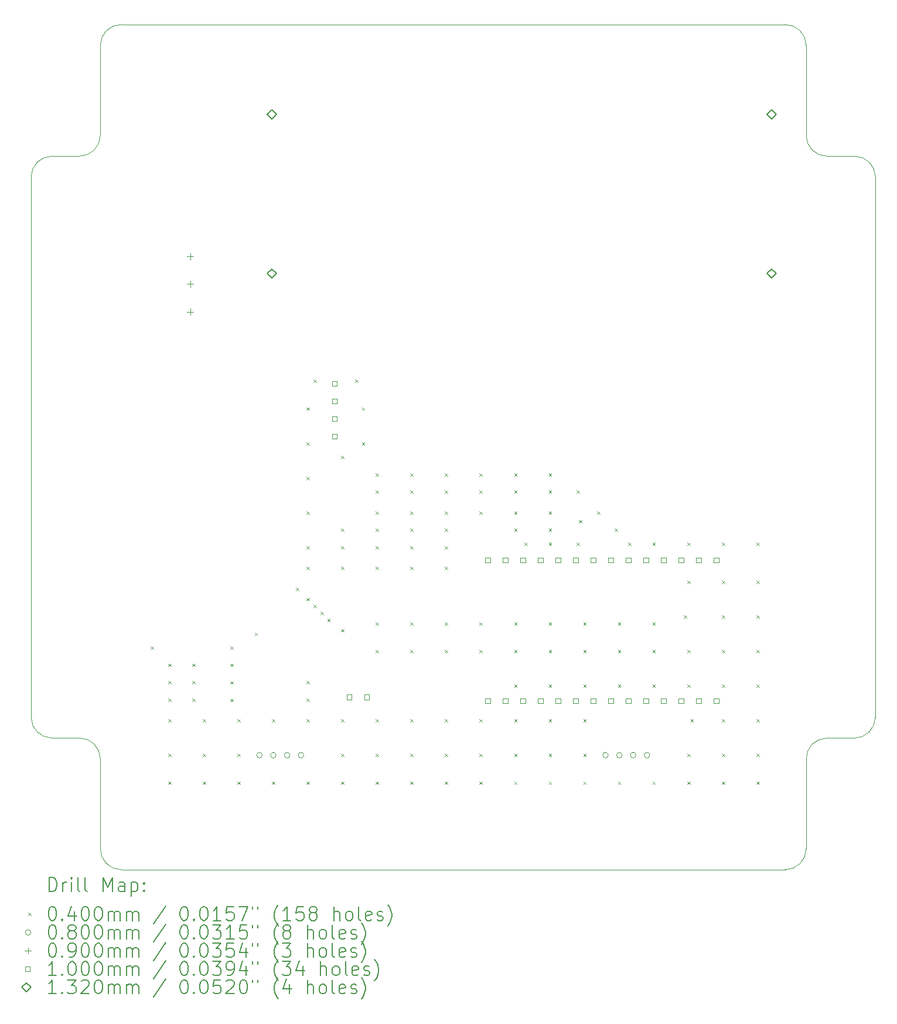
<source format=gbr>
%TF.GenerationSoftware,KiCad,Pcbnew,8.0.1*%
%TF.CreationDate,2024-03-22T19:40:02+01:00*%
%TF.ProjectId,BikeCounter_SingleBoard,42696b65-436f-4756-9e74-65725f53696e,rev?*%
%TF.SameCoordinates,Original*%
%TF.FileFunction,Drillmap*%
%TF.FilePolarity,Positive*%
%FSLAX45Y45*%
G04 Gerber Fmt 4.5, Leading zero omitted, Abs format (unit mm)*
G04 Created by KiCad (PCBNEW 8.0.1) date 2024-03-22 19:40:02*
%MOMM*%
%LPD*%
G01*
G04 APERTURE LIST*
%ADD10C,0.050000*%
%ADD11C,0.200000*%
%ADD12C,0.100000*%
%ADD13C,0.132000*%
G04 APERTURE END LIST*
D10*
X3000000Y-13952500D02*
X3000000Y-10052500D01*
X3700000Y-14252500D02*
X3300000Y-14252500D01*
X3300000Y-14252500D02*
G75*
G02*
X3000000Y-13952500I0J300000D01*
G01*
X14200000Y-4252500D02*
X14200000Y-5552500D01*
X4300000Y-16152500D02*
G75*
G02*
X4000000Y-15852500I0J300000D01*
G01*
X3000000Y-6152500D02*
G75*
G02*
X3300000Y-5852500I300000J0D01*
G01*
X15200000Y-13952500D02*
G75*
G02*
X14900000Y-14252500I-300000J0D01*
G01*
X14200000Y-15852500D02*
X14200000Y-14552500D01*
X14500000Y-5852500D02*
X14900000Y-5852500D01*
X14900000Y-5852500D02*
G75*
G02*
X15200000Y-6152500I0J-300000D01*
G01*
X3700000Y-5852500D02*
X3300000Y-5852500D01*
X3000000Y-6152500D02*
X3000000Y-10052500D01*
X15200000Y-6152500D02*
X15200000Y-10052500D01*
X4000000Y-5552500D02*
G75*
G02*
X3700000Y-5852500I-300000J0D01*
G01*
X14200000Y-15852500D02*
G75*
G02*
X13900000Y-16152500I-300000J0D01*
G01*
X4300000Y-16152500D02*
X9100000Y-16152500D01*
X13900000Y-3952500D02*
G75*
G02*
X14200000Y-4252500I0J-300000D01*
G01*
X4000000Y-4252500D02*
G75*
G02*
X4300000Y-3952500I300000J0D01*
G01*
X14500000Y-14252500D02*
X14900000Y-14252500D01*
X14200000Y-14552500D02*
G75*
G02*
X14500000Y-14252500I300000J0D01*
G01*
X4000000Y-15852500D02*
X4000000Y-14552500D01*
X13900000Y-3952500D02*
X9100000Y-3952500D01*
X4000000Y-4252500D02*
X4000000Y-5552500D01*
X15200000Y-13952500D02*
X15200000Y-10052500D01*
X14500000Y-5852500D02*
G75*
G02*
X14200000Y-5552500I0J300000D01*
G01*
X4300000Y-3952500D02*
X9100000Y-3952500D01*
X13900000Y-16152500D02*
X9100000Y-16152500D01*
X3700000Y-14252500D02*
G75*
G02*
X4000000Y-14552500I0J-300000D01*
G01*
D11*
D12*
X4730000Y-12930000D02*
X4770000Y-12970000D01*
X4770000Y-12930000D02*
X4730000Y-12970000D01*
X4980000Y-13180000D02*
X5020000Y-13220000D01*
X5020000Y-13180000D02*
X4980000Y-13220000D01*
X4980000Y-13430000D02*
X5020000Y-13470000D01*
X5020000Y-13430000D02*
X4980000Y-13470000D01*
X4980000Y-13680000D02*
X5020000Y-13720000D01*
X5020000Y-13680000D02*
X4980000Y-13720000D01*
X4980000Y-13980000D02*
X5020000Y-14020000D01*
X5020000Y-13980000D02*
X4980000Y-14020000D01*
X4980000Y-14480000D02*
X5020000Y-14520000D01*
X5020000Y-14480000D02*
X4980000Y-14520000D01*
X4980000Y-14880000D02*
X5020000Y-14920000D01*
X5020000Y-14880000D02*
X4980000Y-14920000D01*
X5330000Y-13180000D02*
X5370000Y-13220000D01*
X5370000Y-13180000D02*
X5330000Y-13220000D01*
X5330000Y-13430000D02*
X5370000Y-13470000D01*
X5370000Y-13430000D02*
X5330000Y-13470000D01*
X5330000Y-13680000D02*
X5370000Y-13720000D01*
X5370000Y-13680000D02*
X5330000Y-13720000D01*
X5480000Y-13980000D02*
X5520000Y-14020000D01*
X5520000Y-13980000D02*
X5480000Y-14020000D01*
X5480000Y-14480000D02*
X5520000Y-14520000D01*
X5520000Y-14480000D02*
X5480000Y-14520000D01*
X5480000Y-14880000D02*
X5520000Y-14920000D01*
X5520000Y-14880000D02*
X5480000Y-14920000D01*
X5876000Y-13434000D02*
X5916000Y-13474000D01*
X5916000Y-13434000D02*
X5876000Y-13474000D01*
X5880000Y-12930000D02*
X5920000Y-12970000D01*
X5920000Y-12930000D02*
X5880000Y-12970000D01*
X5880000Y-13180000D02*
X5920000Y-13220000D01*
X5920000Y-13180000D02*
X5880000Y-13220000D01*
X5880000Y-13688000D02*
X5920000Y-13728000D01*
X5920000Y-13688000D02*
X5880000Y-13728000D01*
X5980000Y-13980000D02*
X6020000Y-14020000D01*
X6020000Y-13980000D02*
X5980000Y-14020000D01*
X5980000Y-14480000D02*
X6020000Y-14520000D01*
X6020000Y-14480000D02*
X5980000Y-14520000D01*
X5980000Y-14880000D02*
X6020000Y-14920000D01*
X6020000Y-14880000D02*
X5980000Y-14920000D01*
X6230000Y-12730000D02*
X6270000Y-12770000D01*
X6270000Y-12730000D02*
X6230000Y-12770000D01*
X6480000Y-13980000D02*
X6520000Y-14020000D01*
X6520000Y-13980000D02*
X6480000Y-14020000D01*
X6480000Y-14880000D02*
X6520000Y-14920000D01*
X6520000Y-14880000D02*
X6480000Y-14920000D01*
X6830000Y-12080000D02*
X6870000Y-12120000D01*
X6870000Y-12080000D02*
X6830000Y-12120000D01*
X6980000Y-9480000D02*
X7020000Y-9520000D01*
X7020000Y-9480000D02*
X6980000Y-9520000D01*
X6980000Y-9980000D02*
X7020000Y-10020000D01*
X7020000Y-9980000D02*
X6980000Y-10020000D01*
X6980000Y-10480000D02*
X7020000Y-10520000D01*
X7020000Y-10480000D02*
X6980000Y-10520000D01*
X6980000Y-10980000D02*
X7020000Y-11020000D01*
X7020000Y-10980000D02*
X6980000Y-11020000D01*
X6980000Y-11480000D02*
X7020000Y-11520000D01*
X7020000Y-11480000D02*
X6980000Y-11520000D01*
X6980000Y-11780000D02*
X7020000Y-11820000D01*
X7020000Y-11780000D02*
X6980000Y-11820000D01*
X6980000Y-12230000D02*
X7020000Y-12270000D01*
X7020000Y-12230000D02*
X6980000Y-12270000D01*
X6980000Y-13430000D02*
X7020000Y-13470000D01*
X7020000Y-13430000D02*
X6980000Y-13470000D01*
X6980000Y-13680000D02*
X7020000Y-13720000D01*
X7020000Y-13680000D02*
X6980000Y-13720000D01*
X6980000Y-13980000D02*
X7020000Y-14020000D01*
X7020000Y-13980000D02*
X6980000Y-14020000D01*
X6980000Y-14880000D02*
X7020000Y-14920000D01*
X7020000Y-14880000D02*
X6980000Y-14920000D01*
X7080000Y-9080000D02*
X7120000Y-9120000D01*
X7120000Y-9080000D02*
X7080000Y-9120000D01*
X7080000Y-12330000D02*
X7120000Y-12370000D01*
X7120000Y-12330000D02*
X7080000Y-12370000D01*
X7180000Y-12430000D02*
X7220000Y-12470000D01*
X7220000Y-12430000D02*
X7180000Y-12470000D01*
X7280000Y-12530000D02*
X7320000Y-12570000D01*
X7320000Y-12530000D02*
X7280000Y-12570000D01*
X7480000Y-10180000D02*
X7520000Y-10220000D01*
X7520000Y-10180000D02*
X7480000Y-10220000D01*
X7480000Y-11230000D02*
X7520000Y-11270000D01*
X7520000Y-11230000D02*
X7480000Y-11270000D01*
X7480000Y-11480000D02*
X7520000Y-11520000D01*
X7520000Y-11480000D02*
X7480000Y-11520000D01*
X7480000Y-11780000D02*
X7520000Y-11820000D01*
X7520000Y-11780000D02*
X7480000Y-11820000D01*
X7480000Y-12680000D02*
X7520000Y-12720000D01*
X7520000Y-12680000D02*
X7480000Y-12720000D01*
X7480000Y-13980000D02*
X7520000Y-14020000D01*
X7520000Y-13980000D02*
X7480000Y-14020000D01*
X7480000Y-14480000D02*
X7520000Y-14520000D01*
X7520000Y-14480000D02*
X7480000Y-14520000D01*
X7480000Y-14880000D02*
X7520000Y-14920000D01*
X7520000Y-14880000D02*
X7480000Y-14920000D01*
X7680000Y-9080000D02*
X7720000Y-9120000D01*
X7720000Y-9080000D02*
X7680000Y-9120000D01*
X7780000Y-9480000D02*
X7820000Y-9520000D01*
X7820000Y-9480000D02*
X7780000Y-9520000D01*
X7780000Y-9980000D02*
X7820000Y-10020000D01*
X7820000Y-9980000D02*
X7780000Y-10020000D01*
X7980000Y-10430000D02*
X8020000Y-10470000D01*
X8020000Y-10430000D02*
X7980000Y-10470000D01*
X7980000Y-10680000D02*
X8020000Y-10720000D01*
X8020000Y-10680000D02*
X7980000Y-10720000D01*
X7980000Y-10980000D02*
X8020000Y-11020000D01*
X8020000Y-10980000D02*
X7980000Y-11020000D01*
X7980000Y-11230000D02*
X8020000Y-11270000D01*
X8020000Y-11230000D02*
X7980000Y-11270000D01*
X7980000Y-11480000D02*
X8020000Y-11520000D01*
X8020000Y-11480000D02*
X7980000Y-11520000D01*
X7980000Y-11780000D02*
X8020000Y-11820000D01*
X8020000Y-11780000D02*
X7980000Y-11820000D01*
X7980000Y-12580000D02*
X8020000Y-12620000D01*
X8020000Y-12580000D02*
X7980000Y-12620000D01*
X7980000Y-12980000D02*
X8020000Y-13020000D01*
X8020000Y-12980000D02*
X7980000Y-13020000D01*
X7980000Y-13980000D02*
X8020000Y-14020000D01*
X8020000Y-13980000D02*
X7980000Y-14020000D01*
X7980000Y-14480000D02*
X8020000Y-14520000D01*
X8020000Y-14480000D02*
X7980000Y-14520000D01*
X7980000Y-14880000D02*
X8020000Y-14920000D01*
X8020000Y-14880000D02*
X7980000Y-14920000D01*
X8480000Y-10430000D02*
X8520000Y-10470000D01*
X8520000Y-10430000D02*
X8480000Y-10470000D01*
X8480000Y-10680000D02*
X8520000Y-10720000D01*
X8520000Y-10680000D02*
X8480000Y-10720000D01*
X8480000Y-10980000D02*
X8520000Y-11020000D01*
X8520000Y-10980000D02*
X8480000Y-11020000D01*
X8480000Y-11230000D02*
X8520000Y-11270000D01*
X8520000Y-11230000D02*
X8480000Y-11270000D01*
X8480000Y-11480000D02*
X8520000Y-11520000D01*
X8520000Y-11480000D02*
X8480000Y-11520000D01*
X8480000Y-11780000D02*
X8520000Y-11820000D01*
X8520000Y-11780000D02*
X8480000Y-11820000D01*
X8480000Y-12580000D02*
X8520000Y-12620000D01*
X8520000Y-12580000D02*
X8480000Y-12620000D01*
X8480000Y-12980000D02*
X8520000Y-13020000D01*
X8520000Y-12980000D02*
X8480000Y-13020000D01*
X8480000Y-13980000D02*
X8520000Y-14020000D01*
X8520000Y-13980000D02*
X8480000Y-14020000D01*
X8480000Y-14480000D02*
X8520000Y-14520000D01*
X8520000Y-14480000D02*
X8480000Y-14520000D01*
X8480000Y-14880000D02*
X8520000Y-14920000D01*
X8520000Y-14880000D02*
X8480000Y-14920000D01*
X8980000Y-10430000D02*
X9020000Y-10470000D01*
X9020000Y-10430000D02*
X8980000Y-10470000D01*
X8980000Y-10680000D02*
X9020000Y-10720000D01*
X9020000Y-10680000D02*
X8980000Y-10720000D01*
X8980000Y-10980000D02*
X9020000Y-11020000D01*
X9020000Y-10980000D02*
X8980000Y-11020000D01*
X8980000Y-11230000D02*
X9020000Y-11270000D01*
X9020000Y-11230000D02*
X8980000Y-11270000D01*
X8980000Y-11480000D02*
X9020000Y-11520000D01*
X9020000Y-11480000D02*
X8980000Y-11520000D01*
X8980000Y-11780000D02*
X9020000Y-11820000D01*
X9020000Y-11780000D02*
X8980000Y-11820000D01*
X8980000Y-12580000D02*
X9020000Y-12620000D01*
X9020000Y-12580000D02*
X8980000Y-12620000D01*
X8980000Y-12980000D02*
X9020000Y-13020000D01*
X9020000Y-12980000D02*
X8980000Y-13020000D01*
X8980000Y-13980000D02*
X9020000Y-14020000D01*
X9020000Y-13980000D02*
X8980000Y-14020000D01*
X8980000Y-14480000D02*
X9020000Y-14520000D01*
X9020000Y-14480000D02*
X8980000Y-14520000D01*
X8980000Y-14880000D02*
X9020000Y-14920000D01*
X9020000Y-14880000D02*
X8980000Y-14920000D01*
X9480000Y-10430000D02*
X9520000Y-10470000D01*
X9520000Y-10430000D02*
X9480000Y-10470000D01*
X9480000Y-10680000D02*
X9520000Y-10720000D01*
X9520000Y-10680000D02*
X9480000Y-10720000D01*
X9480000Y-10980000D02*
X9520000Y-11020000D01*
X9520000Y-10980000D02*
X9480000Y-11020000D01*
X9480000Y-12580000D02*
X9520000Y-12620000D01*
X9520000Y-12580000D02*
X9480000Y-12620000D01*
X9480000Y-12980000D02*
X9520000Y-13020000D01*
X9520000Y-12980000D02*
X9480000Y-13020000D01*
X9480000Y-13980000D02*
X9520000Y-14020000D01*
X9520000Y-13980000D02*
X9480000Y-14020000D01*
X9480000Y-14480000D02*
X9520000Y-14520000D01*
X9520000Y-14480000D02*
X9480000Y-14520000D01*
X9480000Y-14880000D02*
X9520000Y-14920000D01*
X9520000Y-14880000D02*
X9480000Y-14920000D01*
X9980000Y-10430000D02*
X10020000Y-10470000D01*
X10020000Y-10430000D02*
X9980000Y-10470000D01*
X9980000Y-10680000D02*
X10020000Y-10720000D01*
X10020000Y-10680000D02*
X9980000Y-10720000D01*
X9980000Y-10980000D02*
X10020000Y-11020000D01*
X10020000Y-10980000D02*
X9980000Y-11020000D01*
X9980000Y-11230000D02*
X10020000Y-11270000D01*
X10020000Y-11230000D02*
X9980000Y-11270000D01*
X9980000Y-12580000D02*
X10020000Y-12620000D01*
X10020000Y-12580000D02*
X9980000Y-12620000D01*
X9980000Y-12980000D02*
X10020000Y-13020000D01*
X10020000Y-12980000D02*
X9980000Y-13020000D01*
X9980000Y-13480000D02*
X10020000Y-13520000D01*
X10020000Y-13480000D02*
X9980000Y-13520000D01*
X9980000Y-13980000D02*
X10020000Y-14020000D01*
X10020000Y-13980000D02*
X9980000Y-14020000D01*
X9980000Y-14480000D02*
X10020000Y-14520000D01*
X10020000Y-14480000D02*
X9980000Y-14520000D01*
X9980000Y-14880000D02*
X10020000Y-14920000D01*
X10020000Y-14880000D02*
X9980000Y-14920000D01*
X10130000Y-11430000D02*
X10170000Y-11470000D01*
X10170000Y-11430000D02*
X10130000Y-11470000D01*
X10480000Y-10430000D02*
X10520000Y-10470000D01*
X10520000Y-10430000D02*
X10480000Y-10470000D01*
X10480000Y-10680000D02*
X10520000Y-10720000D01*
X10520000Y-10680000D02*
X10480000Y-10720000D01*
X10480000Y-10980000D02*
X10520000Y-11020000D01*
X10520000Y-10980000D02*
X10480000Y-11020000D01*
X10480000Y-11230000D02*
X10520000Y-11270000D01*
X10520000Y-11230000D02*
X10480000Y-11270000D01*
X10480000Y-11430000D02*
X10520000Y-11470000D01*
X10520000Y-11430000D02*
X10480000Y-11470000D01*
X10480000Y-12580000D02*
X10520000Y-12620000D01*
X10520000Y-12580000D02*
X10480000Y-12620000D01*
X10480000Y-12980000D02*
X10520000Y-13020000D01*
X10520000Y-12980000D02*
X10480000Y-13020000D01*
X10480000Y-13480000D02*
X10520000Y-13520000D01*
X10520000Y-13480000D02*
X10480000Y-13520000D01*
X10480000Y-13980000D02*
X10520000Y-14020000D01*
X10520000Y-13980000D02*
X10480000Y-14020000D01*
X10480000Y-14480000D02*
X10520000Y-14520000D01*
X10520000Y-14480000D02*
X10480000Y-14520000D01*
X10480000Y-14880000D02*
X10520000Y-14920000D01*
X10520000Y-14880000D02*
X10480000Y-14920000D01*
X10880000Y-10680000D02*
X10920000Y-10720000D01*
X10920000Y-10680000D02*
X10880000Y-10720000D01*
X10880000Y-11430000D02*
X10920000Y-11470000D01*
X10920000Y-11430000D02*
X10880000Y-11470000D01*
X10919029Y-11105675D02*
X10959029Y-11145675D01*
X10959029Y-11105675D02*
X10919029Y-11145675D01*
X10980000Y-12580000D02*
X11020000Y-12620000D01*
X11020000Y-12580000D02*
X10980000Y-12620000D01*
X10980000Y-12980000D02*
X11020000Y-13020000D01*
X11020000Y-12980000D02*
X10980000Y-13020000D01*
X10980000Y-13480000D02*
X11020000Y-13520000D01*
X11020000Y-13480000D02*
X10980000Y-13520000D01*
X10980000Y-13980000D02*
X11020000Y-14020000D01*
X11020000Y-13980000D02*
X10980000Y-14020000D01*
X10980000Y-14480000D02*
X11020000Y-14520000D01*
X11020000Y-14480000D02*
X10980000Y-14520000D01*
X10980000Y-14880000D02*
X11020000Y-14920000D01*
X11020000Y-14880000D02*
X10980000Y-14920000D01*
X11180000Y-10980000D02*
X11220000Y-11020000D01*
X11220000Y-10980000D02*
X11180000Y-11020000D01*
X11430000Y-11230000D02*
X11470000Y-11270000D01*
X11470000Y-11230000D02*
X11430000Y-11270000D01*
X11480000Y-12580000D02*
X11520000Y-12620000D01*
X11520000Y-12580000D02*
X11480000Y-12620000D01*
X11480000Y-12980000D02*
X11520000Y-13020000D01*
X11520000Y-12980000D02*
X11480000Y-13020000D01*
X11480000Y-13480000D02*
X11520000Y-13520000D01*
X11520000Y-13480000D02*
X11480000Y-13520000D01*
X11480000Y-14880000D02*
X11520000Y-14920000D01*
X11520000Y-14880000D02*
X11480000Y-14920000D01*
X11630000Y-11430000D02*
X11670000Y-11470000D01*
X11670000Y-11430000D02*
X11630000Y-11470000D01*
X11980000Y-11430000D02*
X12020000Y-11470000D01*
X12020000Y-11430000D02*
X11980000Y-11470000D01*
X11980000Y-12580000D02*
X12020000Y-12620000D01*
X12020000Y-12580000D02*
X11980000Y-12620000D01*
X11980000Y-12980000D02*
X12020000Y-13020000D01*
X12020000Y-12980000D02*
X11980000Y-13020000D01*
X11980000Y-13480000D02*
X12020000Y-13520000D01*
X12020000Y-13480000D02*
X11980000Y-13520000D01*
X11980000Y-14880000D02*
X12020000Y-14920000D01*
X12020000Y-14880000D02*
X11980000Y-14920000D01*
X12430000Y-12480000D02*
X12470000Y-12520000D01*
X12470000Y-12480000D02*
X12430000Y-12520000D01*
X12480000Y-11430000D02*
X12520000Y-11470000D01*
X12520000Y-11430000D02*
X12480000Y-11470000D01*
X12480000Y-11980000D02*
X12520000Y-12020000D01*
X12520000Y-11980000D02*
X12480000Y-12020000D01*
X12480000Y-12980000D02*
X12520000Y-13020000D01*
X12520000Y-12980000D02*
X12480000Y-13020000D01*
X12480000Y-13480000D02*
X12520000Y-13520000D01*
X12520000Y-13480000D02*
X12480000Y-13520000D01*
X12480000Y-14480000D02*
X12520000Y-14520000D01*
X12520000Y-14480000D02*
X12480000Y-14520000D01*
X12480000Y-14880000D02*
X12520000Y-14920000D01*
X12520000Y-14880000D02*
X12480000Y-14920000D01*
X12530000Y-13980000D02*
X12570000Y-14020000D01*
X12570000Y-13980000D02*
X12530000Y-14020000D01*
X12980000Y-11430000D02*
X13020000Y-11470000D01*
X13020000Y-11430000D02*
X12980000Y-11470000D01*
X12980000Y-11980000D02*
X13020000Y-12020000D01*
X13020000Y-11980000D02*
X12980000Y-12020000D01*
X12980000Y-12480000D02*
X13020000Y-12520000D01*
X13020000Y-12480000D02*
X12980000Y-12520000D01*
X12980000Y-12980000D02*
X13020000Y-13020000D01*
X13020000Y-12980000D02*
X12980000Y-13020000D01*
X12980000Y-13480000D02*
X13020000Y-13520000D01*
X13020000Y-13480000D02*
X12980000Y-13520000D01*
X12980000Y-13980000D02*
X13020000Y-14020000D01*
X13020000Y-13980000D02*
X12980000Y-14020000D01*
X12980000Y-14480000D02*
X13020000Y-14520000D01*
X13020000Y-14480000D02*
X12980000Y-14520000D01*
X12980000Y-14880000D02*
X13020000Y-14920000D01*
X13020000Y-14880000D02*
X12980000Y-14920000D01*
X13480000Y-11430000D02*
X13520000Y-11470000D01*
X13520000Y-11430000D02*
X13480000Y-11470000D01*
X13480000Y-11980000D02*
X13520000Y-12020000D01*
X13520000Y-11980000D02*
X13480000Y-12020000D01*
X13480000Y-12480000D02*
X13520000Y-12520000D01*
X13520000Y-12480000D02*
X13480000Y-12520000D01*
X13480000Y-12980000D02*
X13520000Y-13020000D01*
X13520000Y-12980000D02*
X13480000Y-13020000D01*
X13480000Y-13480000D02*
X13520000Y-13520000D01*
X13520000Y-13480000D02*
X13480000Y-13520000D01*
X13480000Y-13980000D02*
X13520000Y-14020000D01*
X13520000Y-13980000D02*
X13480000Y-14020000D01*
X13480000Y-14480000D02*
X13520000Y-14520000D01*
X13520000Y-14480000D02*
X13480000Y-14520000D01*
X13480000Y-14880000D02*
X13520000Y-14920000D01*
X13520000Y-14880000D02*
X13480000Y-14920000D01*
X6340000Y-14500000D02*
G75*
G02*
X6260000Y-14500000I-40000J0D01*
G01*
X6260000Y-14500000D02*
G75*
G02*
X6340000Y-14500000I40000J0D01*
G01*
X6540000Y-14500000D02*
G75*
G02*
X6460000Y-14500000I-40000J0D01*
G01*
X6460000Y-14500000D02*
G75*
G02*
X6540000Y-14500000I40000J0D01*
G01*
X6740000Y-14500000D02*
G75*
G02*
X6660000Y-14500000I-40000J0D01*
G01*
X6660000Y-14500000D02*
G75*
G02*
X6740000Y-14500000I40000J0D01*
G01*
X6940000Y-14500000D02*
G75*
G02*
X6860000Y-14500000I-40000J0D01*
G01*
X6860000Y-14500000D02*
G75*
G02*
X6940000Y-14500000I40000J0D01*
G01*
X11340000Y-14500000D02*
G75*
G02*
X11260000Y-14500000I-40000J0D01*
G01*
X11260000Y-14500000D02*
G75*
G02*
X11340000Y-14500000I40000J0D01*
G01*
X11540000Y-14500000D02*
G75*
G02*
X11460000Y-14500000I-40000J0D01*
G01*
X11460000Y-14500000D02*
G75*
G02*
X11540000Y-14500000I40000J0D01*
G01*
X11740000Y-14500000D02*
G75*
G02*
X11660000Y-14500000I-40000J0D01*
G01*
X11660000Y-14500000D02*
G75*
G02*
X11740000Y-14500000I40000J0D01*
G01*
X11940000Y-14500000D02*
G75*
G02*
X11860000Y-14500000I-40000J0D01*
G01*
X11860000Y-14500000D02*
G75*
G02*
X11940000Y-14500000I40000J0D01*
G01*
X5300000Y-7255000D02*
X5300000Y-7345000D01*
X5255000Y-7300000D02*
X5345000Y-7300000D01*
X5300000Y-7655000D02*
X5300000Y-7745000D01*
X5255000Y-7700000D02*
X5345000Y-7700000D01*
X5300000Y-8055000D02*
X5300000Y-8145000D01*
X5255000Y-8100000D02*
X5345000Y-8100000D01*
X7422556Y-9171756D02*
X7422556Y-9101044D01*
X7351844Y-9101044D01*
X7351844Y-9171756D01*
X7422556Y-9171756D01*
X7422556Y-9425756D02*
X7422556Y-9355044D01*
X7351844Y-9355044D01*
X7351844Y-9425756D01*
X7422556Y-9425756D01*
X7422556Y-9679756D02*
X7422556Y-9609044D01*
X7351844Y-9609044D01*
X7351844Y-9679756D01*
X7422556Y-9679756D01*
X7422556Y-9933756D02*
X7422556Y-9863044D01*
X7351844Y-9863044D01*
X7351844Y-9933756D01*
X7422556Y-9933756D01*
X7632856Y-13696456D02*
X7632856Y-13625744D01*
X7562144Y-13625744D01*
X7562144Y-13696456D01*
X7632856Y-13696456D01*
X7886856Y-13696456D02*
X7886856Y-13625744D01*
X7816144Y-13625744D01*
X7816144Y-13696456D01*
X7886856Y-13696456D01*
X9633356Y-11721456D02*
X9633356Y-11650744D01*
X9562644Y-11650744D01*
X9562644Y-11721456D01*
X9633356Y-11721456D01*
X9633356Y-13753456D02*
X9633356Y-13682744D01*
X9562644Y-13682744D01*
X9562644Y-13753456D01*
X9633356Y-13753456D01*
X9887356Y-11721456D02*
X9887356Y-11650744D01*
X9816644Y-11650744D01*
X9816644Y-11721456D01*
X9887356Y-11721456D01*
X9887356Y-13753456D02*
X9887356Y-13682744D01*
X9816644Y-13682744D01*
X9816644Y-13753456D01*
X9887356Y-13753456D01*
X10141356Y-11721456D02*
X10141356Y-11650744D01*
X10070644Y-11650744D01*
X10070644Y-11721456D01*
X10141356Y-11721456D01*
X10141356Y-13753456D02*
X10141356Y-13682744D01*
X10070644Y-13682744D01*
X10070644Y-13753456D01*
X10141356Y-13753456D01*
X10395356Y-11721456D02*
X10395356Y-11650744D01*
X10324644Y-11650744D01*
X10324644Y-11721456D01*
X10395356Y-11721456D01*
X10395356Y-13753456D02*
X10395356Y-13682744D01*
X10324644Y-13682744D01*
X10324644Y-13753456D01*
X10395356Y-13753456D01*
X10649356Y-11721456D02*
X10649356Y-11650744D01*
X10578644Y-11650744D01*
X10578644Y-11721456D01*
X10649356Y-11721456D01*
X10649356Y-13753456D02*
X10649356Y-13682744D01*
X10578644Y-13682744D01*
X10578644Y-13753456D01*
X10649356Y-13753456D01*
X10903356Y-11721456D02*
X10903356Y-11650744D01*
X10832644Y-11650744D01*
X10832644Y-11721456D01*
X10903356Y-11721456D01*
X10903356Y-13753456D02*
X10903356Y-13682744D01*
X10832644Y-13682744D01*
X10832644Y-13753456D01*
X10903356Y-13753456D01*
X11157356Y-11721456D02*
X11157356Y-11650744D01*
X11086644Y-11650744D01*
X11086644Y-11721456D01*
X11157356Y-11721456D01*
X11157356Y-13753456D02*
X11157356Y-13682744D01*
X11086644Y-13682744D01*
X11086644Y-13753456D01*
X11157356Y-13753456D01*
X11411356Y-11721456D02*
X11411356Y-11650744D01*
X11340644Y-11650744D01*
X11340644Y-11721456D01*
X11411356Y-11721456D01*
X11411356Y-13753456D02*
X11411356Y-13682744D01*
X11340644Y-13682744D01*
X11340644Y-13753456D01*
X11411356Y-13753456D01*
X11665356Y-11721456D02*
X11665356Y-11650744D01*
X11594644Y-11650744D01*
X11594644Y-11721456D01*
X11665356Y-11721456D01*
X11665356Y-13753456D02*
X11665356Y-13682744D01*
X11594644Y-13682744D01*
X11594644Y-13753456D01*
X11665356Y-13753456D01*
X11919356Y-11721456D02*
X11919356Y-11650744D01*
X11848644Y-11650744D01*
X11848644Y-11721456D01*
X11919356Y-11721456D01*
X11919356Y-13753456D02*
X11919356Y-13682744D01*
X11848644Y-13682744D01*
X11848644Y-13753456D01*
X11919356Y-13753456D01*
X12173356Y-11721456D02*
X12173356Y-11650744D01*
X12102644Y-11650744D01*
X12102644Y-11721456D01*
X12173356Y-11721456D01*
X12173356Y-13753456D02*
X12173356Y-13682744D01*
X12102644Y-13682744D01*
X12102644Y-13753456D01*
X12173356Y-13753456D01*
X12427356Y-11721456D02*
X12427356Y-11650744D01*
X12356644Y-11650744D01*
X12356644Y-11721456D01*
X12427356Y-11721456D01*
X12427356Y-13753456D02*
X12427356Y-13682744D01*
X12356644Y-13682744D01*
X12356644Y-13753456D01*
X12427356Y-13753456D01*
X12681356Y-11721456D02*
X12681356Y-11650744D01*
X12610644Y-11650744D01*
X12610644Y-11721456D01*
X12681356Y-11721456D01*
X12681356Y-13753456D02*
X12681356Y-13682744D01*
X12610644Y-13682744D01*
X12610644Y-13753456D01*
X12681356Y-13753456D01*
X12935356Y-11721456D02*
X12935356Y-11650744D01*
X12864644Y-11650744D01*
X12864644Y-11721456D01*
X12935356Y-11721456D01*
X12935356Y-13753456D02*
X12935356Y-13682744D01*
X12864644Y-13682744D01*
X12864644Y-13753456D01*
X12935356Y-13753456D01*
D13*
X6478000Y-5313500D02*
X6544000Y-5247500D01*
X6478000Y-5181500D01*
X6412000Y-5247500D01*
X6478000Y-5313500D01*
X6478000Y-7613500D02*
X6544000Y-7547500D01*
X6478000Y-7481500D01*
X6412000Y-7547500D01*
X6478000Y-7613500D01*
X13700000Y-5313500D02*
X13766000Y-5247500D01*
X13700000Y-5181500D01*
X13634000Y-5247500D01*
X13700000Y-5313500D01*
X13700000Y-7613500D02*
X13766000Y-7547500D01*
X13700000Y-7481500D01*
X13634000Y-7547500D01*
X13700000Y-7613500D01*
D11*
X3258277Y-16466484D02*
X3258277Y-16266484D01*
X3258277Y-16266484D02*
X3305896Y-16266484D01*
X3305896Y-16266484D02*
X3334467Y-16276008D01*
X3334467Y-16276008D02*
X3353515Y-16295055D01*
X3353515Y-16295055D02*
X3363039Y-16314103D01*
X3363039Y-16314103D02*
X3372562Y-16352198D01*
X3372562Y-16352198D02*
X3372562Y-16380769D01*
X3372562Y-16380769D02*
X3363039Y-16418865D01*
X3363039Y-16418865D02*
X3353515Y-16437912D01*
X3353515Y-16437912D02*
X3334467Y-16456960D01*
X3334467Y-16456960D02*
X3305896Y-16466484D01*
X3305896Y-16466484D02*
X3258277Y-16466484D01*
X3458277Y-16466484D02*
X3458277Y-16333150D01*
X3458277Y-16371246D02*
X3467801Y-16352198D01*
X3467801Y-16352198D02*
X3477324Y-16342674D01*
X3477324Y-16342674D02*
X3496372Y-16333150D01*
X3496372Y-16333150D02*
X3515420Y-16333150D01*
X3582086Y-16466484D02*
X3582086Y-16333150D01*
X3582086Y-16266484D02*
X3572562Y-16276008D01*
X3572562Y-16276008D02*
X3582086Y-16285531D01*
X3582086Y-16285531D02*
X3591610Y-16276008D01*
X3591610Y-16276008D02*
X3582086Y-16266484D01*
X3582086Y-16266484D02*
X3582086Y-16285531D01*
X3705896Y-16466484D02*
X3686848Y-16456960D01*
X3686848Y-16456960D02*
X3677324Y-16437912D01*
X3677324Y-16437912D02*
X3677324Y-16266484D01*
X3810658Y-16466484D02*
X3791610Y-16456960D01*
X3791610Y-16456960D02*
X3782086Y-16437912D01*
X3782086Y-16437912D02*
X3782086Y-16266484D01*
X4039229Y-16466484D02*
X4039229Y-16266484D01*
X4039229Y-16266484D02*
X4105896Y-16409341D01*
X4105896Y-16409341D02*
X4172562Y-16266484D01*
X4172562Y-16266484D02*
X4172562Y-16466484D01*
X4353515Y-16466484D02*
X4353515Y-16361722D01*
X4353515Y-16361722D02*
X4343991Y-16342674D01*
X4343991Y-16342674D02*
X4324944Y-16333150D01*
X4324944Y-16333150D02*
X4286848Y-16333150D01*
X4286848Y-16333150D02*
X4267801Y-16342674D01*
X4353515Y-16456960D02*
X4334467Y-16466484D01*
X4334467Y-16466484D02*
X4286848Y-16466484D01*
X4286848Y-16466484D02*
X4267801Y-16456960D01*
X4267801Y-16456960D02*
X4258277Y-16437912D01*
X4258277Y-16437912D02*
X4258277Y-16418865D01*
X4258277Y-16418865D02*
X4267801Y-16399817D01*
X4267801Y-16399817D02*
X4286848Y-16390293D01*
X4286848Y-16390293D02*
X4334467Y-16390293D01*
X4334467Y-16390293D02*
X4353515Y-16380769D01*
X4448753Y-16333150D02*
X4448753Y-16533150D01*
X4448753Y-16342674D02*
X4467801Y-16333150D01*
X4467801Y-16333150D02*
X4505896Y-16333150D01*
X4505896Y-16333150D02*
X4524944Y-16342674D01*
X4524944Y-16342674D02*
X4534467Y-16352198D01*
X4534467Y-16352198D02*
X4543991Y-16371246D01*
X4543991Y-16371246D02*
X4543991Y-16428388D01*
X4543991Y-16428388D02*
X4534467Y-16447436D01*
X4534467Y-16447436D02*
X4524944Y-16456960D01*
X4524944Y-16456960D02*
X4505896Y-16466484D01*
X4505896Y-16466484D02*
X4467801Y-16466484D01*
X4467801Y-16466484D02*
X4448753Y-16456960D01*
X4629705Y-16447436D02*
X4639229Y-16456960D01*
X4639229Y-16456960D02*
X4629705Y-16466484D01*
X4629705Y-16466484D02*
X4620182Y-16456960D01*
X4620182Y-16456960D02*
X4629705Y-16447436D01*
X4629705Y-16447436D02*
X4629705Y-16466484D01*
X4629705Y-16342674D02*
X4639229Y-16352198D01*
X4639229Y-16352198D02*
X4629705Y-16361722D01*
X4629705Y-16361722D02*
X4620182Y-16352198D01*
X4620182Y-16352198D02*
X4629705Y-16342674D01*
X4629705Y-16342674D02*
X4629705Y-16361722D01*
D12*
X2957500Y-16775000D02*
X2997500Y-16815000D01*
X2997500Y-16775000D02*
X2957500Y-16815000D01*
D11*
X3296372Y-16686484D02*
X3315420Y-16686484D01*
X3315420Y-16686484D02*
X3334467Y-16696008D01*
X3334467Y-16696008D02*
X3343991Y-16705531D01*
X3343991Y-16705531D02*
X3353515Y-16724579D01*
X3353515Y-16724579D02*
X3363039Y-16762674D01*
X3363039Y-16762674D02*
X3363039Y-16810293D01*
X3363039Y-16810293D02*
X3353515Y-16848389D01*
X3353515Y-16848389D02*
X3343991Y-16867436D01*
X3343991Y-16867436D02*
X3334467Y-16876960D01*
X3334467Y-16876960D02*
X3315420Y-16886484D01*
X3315420Y-16886484D02*
X3296372Y-16886484D01*
X3296372Y-16886484D02*
X3277324Y-16876960D01*
X3277324Y-16876960D02*
X3267801Y-16867436D01*
X3267801Y-16867436D02*
X3258277Y-16848389D01*
X3258277Y-16848389D02*
X3248753Y-16810293D01*
X3248753Y-16810293D02*
X3248753Y-16762674D01*
X3248753Y-16762674D02*
X3258277Y-16724579D01*
X3258277Y-16724579D02*
X3267801Y-16705531D01*
X3267801Y-16705531D02*
X3277324Y-16696008D01*
X3277324Y-16696008D02*
X3296372Y-16686484D01*
X3448753Y-16867436D02*
X3458277Y-16876960D01*
X3458277Y-16876960D02*
X3448753Y-16886484D01*
X3448753Y-16886484D02*
X3439229Y-16876960D01*
X3439229Y-16876960D02*
X3448753Y-16867436D01*
X3448753Y-16867436D02*
X3448753Y-16886484D01*
X3629705Y-16753150D02*
X3629705Y-16886484D01*
X3582086Y-16676960D02*
X3534467Y-16819817D01*
X3534467Y-16819817D02*
X3658277Y-16819817D01*
X3772562Y-16686484D02*
X3791610Y-16686484D01*
X3791610Y-16686484D02*
X3810658Y-16696008D01*
X3810658Y-16696008D02*
X3820182Y-16705531D01*
X3820182Y-16705531D02*
X3829705Y-16724579D01*
X3829705Y-16724579D02*
X3839229Y-16762674D01*
X3839229Y-16762674D02*
X3839229Y-16810293D01*
X3839229Y-16810293D02*
X3829705Y-16848389D01*
X3829705Y-16848389D02*
X3820182Y-16867436D01*
X3820182Y-16867436D02*
X3810658Y-16876960D01*
X3810658Y-16876960D02*
X3791610Y-16886484D01*
X3791610Y-16886484D02*
X3772562Y-16886484D01*
X3772562Y-16886484D02*
X3753515Y-16876960D01*
X3753515Y-16876960D02*
X3743991Y-16867436D01*
X3743991Y-16867436D02*
X3734467Y-16848389D01*
X3734467Y-16848389D02*
X3724943Y-16810293D01*
X3724943Y-16810293D02*
X3724943Y-16762674D01*
X3724943Y-16762674D02*
X3734467Y-16724579D01*
X3734467Y-16724579D02*
X3743991Y-16705531D01*
X3743991Y-16705531D02*
X3753515Y-16696008D01*
X3753515Y-16696008D02*
X3772562Y-16686484D01*
X3963039Y-16686484D02*
X3982086Y-16686484D01*
X3982086Y-16686484D02*
X4001134Y-16696008D01*
X4001134Y-16696008D02*
X4010658Y-16705531D01*
X4010658Y-16705531D02*
X4020182Y-16724579D01*
X4020182Y-16724579D02*
X4029705Y-16762674D01*
X4029705Y-16762674D02*
X4029705Y-16810293D01*
X4029705Y-16810293D02*
X4020182Y-16848389D01*
X4020182Y-16848389D02*
X4010658Y-16867436D01*
X4010658Y-16867436D02*
X4001134Y-16876960D01*
X4001134Y-16876960D02*
X3982086Y-16886484D01*
X3982086Y-16886484D02*
X3963039Y-16886484D01*
X3963039Y-16886484D02*
X3943991Y-16876960D01*
X3943991Y-16876960D02*
X3934467Y-16867436D01*
X3934467Y-16867436D02*
X3924943Y-16848389D01*
X3924943Y-16848389D02*
X3915420Y-16810293D01*
X3915420Y-16810293D02*
X3915420Y-16762674D01*
X3915420Y-16762674D02*
X3924943Y-16724579D01*
X3924943Y-16724579D02*
X3934467Y-16705531D01*
X3934467Y-16705531D02*
X3943991Y-16696008D01*
X3943991Y-16696008D02*
X3963039Y-16686484D01*
X4115420Y-16886484D02*
X4115420Y-16753150D01*
X4115420Y-16772198D02*
X4124943Y-16762674D01*
X4124943Y-16762674D02*
X4143991Y-16753150D01*
X4143991Y-16753150D02*
X4172563Y-16753150D01*
X4172563Y-16753150D02*
X4191610Y-16762674D01*
X4191610Y-16762674D02*
X4201134Y-16781722D01*
X4201134Y-16781722D02*
X4201134Y-16886484D01*
X4201134Y-16781722D02*
X4210658Y-16762674D01*
X4210658Y-16762674D02*
X4229705Y-16753150D01*
X4229705Y-16753150D02*
X4258277Y-16753150D01*
X4258277Y-16753150D02*
X4277325Y-16762674D01*
X4277325Y-16762674D02*
X4286848Y-16781722D01*
X4286848Y-16781722D02*
X4286848Y-16886484D01*
X4382086Y-16886484D02*
X4382086Y-16753150D01*
X4382086Y-16772198D02*
X4391610Y-16762674D01*
X4391610Y-16762674D02*
X4410658Y-16753150D01*
X4410658Y-16753150D02*
X4439229Y-16753150D01*
X4439229Y-16753150D02*
X4458277Y-16762674D01*
X4458277Y-16762674D02*
X4467801Y-16781722D01*
X4467801Y-16781722D02*
X4467801Y-16886484D01*
X4467801Y-16781722D02*
X4477325Y-16762674D01*
X4477325Y-16762674D02*
X4496372Y-16753150D01*
X4496372Y-16753150D02*
X4524944Y-16753150D01*
X4524944Y-16753150D02*
X4543991Y-16762674D01*
X4543991Y-16762674D02*
X4553515Y-16781722D01*
X4553515Y-16781722D02*
X4553515Y-16886484D01*
X4943991Y-16676960D02*
X4772563Y-16934103D01*
X5201134Y-16686484D02*
X5220182Y-16686484D01*
X5220182Y-16686484D02*
X5239229Y-16696008D01*
X5239229Y-16696008D02*
X5248753Y-16705531D01*
X5248753Y-16705531D02*
X5258277Y-16724579D01*
X5258277Y-16724579D02*
X5267801Y-16762674D01*
X5267801Y-16762674D02*
X5267801Y-16810293D01*
X5267801Y-16810293D02*
X5258277Y-16848389D01*
X5258277Y-16848389D02*
X5248753Y-16867436D01*
X5248753Y-16867436D02*
X5239229Y-16876960D01*
X5239229Y-16876960D02*
X5220182Y-16886484D01*
X5220182Y-16886484D02*
X5201134Y-16886484D01*
X5201134Y-16886484D02*
X5182087Y-16876960D01*
X5182087Y-16876960D02*
X5172563Y-16867436D01*
X5172563Y-16867436D02*
X5163039Y-16848389D01*
X5163039Y-16848389D02*
X5153515Y-16810293D01*
X5153515Y-16810293D02*
X5153515Y-16762674D01*
X5153515Y-16762674D02*
X5163039Y-16724579D01*
X5163039Y-16724579D02*
X5172563Y-16705531D01*
X5172563Y-16705531D02*
X5182087Y-16696008D01*
X5182087Y-16696008D02*
X5201134Y-16686484D01*
X5353515Y-16867436D02*
X5363039Y-16876960D01*
X5363039Y-16876960D02*
X5353515Y-16886484D01*
X5353515Y-16886484D02*
X5343991Y-16876960D01*
X5343991Y-16876960D02*
X5353515Y-16867436D01*
X5353515Y-16867436D02*
X5353515Y-16886484D01*
X5486848Y-16686484D02*
X5505896Y-16686484D01*
X5505896Y-16686484D02*
X5524944Y-16696008D01*
X5524944Y-16696008D02*
X5534468Y-16705531D01*
X5534468Y-16705531D02*
X5543991Y-16724579D01*
X5543991Y-16724579D02*
X5553515Y-16762674D01*
X5553515Y-16762674D02*
X5553515Y-16810293D01*
X5553515Y-16810293D02*
X5543991Y-16848389D01*
X5543991Y-16848389D02*
X5534468Y-16867436D01*
X5534468Y-16867436D02*
X5524944Y-16876960D01*
X5524944Y-16876960D02*
X5505896Y-16886484D01*
X5505896Y-16886484D02*
X5486848Y-16886484D01*
X5486848Y-16886484D02*
X5467801Y-16876960D01*
X5467801Y-16876960D02*
X5458277Y-16867436D01*
X5458277Y-16867436D02*
X5448753Y-16848389D01*
X5448753Y-16848389D02*
X5439229Y-16810293D01*
X5439229Y-16810293D02*
X5439229Y-16762674D01*
X5439229Y-16762674D02*
X5448753Y-16724579D01*
X5448753Y-16724579D02*
X5458277Y-16705531D01*
X5458277Y-16705531D02*
X5467801Y-16696008D01*
X5467801Y-16696008D02*
X5486848Y-16686484D01*
X5743991Y-16886484D02*
X5629706Y-16886484D01*
X5686848Y-16886484D02*
X5686848Y-16686484D01*
X5686848Y-16686484D02*
X5667801Y-16715055D01*
X5667801Y-16715055D02*
X5648753Y-16734103D01*
X5648753Y-16734103D02*
X5629706Y-16743627D01*
X5924944Y-16686484D02*
X5829706Y-16686484D01*
X5829706Y-16686484D02*
X5820182Y-16781722D01*
X5820182Y-16781722D02*
X5829706Y-16772198D01*
X5829706Y-16772198D02*
X5848753Y-16762674D01*
X5848753Y-16762674D02*
X5896372Y-16762674D01*
X5896372Y-16762674D02*
X5915420Y-16772198D01*
X5915420Y-16772198D02*
X5924944Y-16781722D01*
X5924944Y-16781722D02*
X5934467Y-16800770D01*
X5934467Y-16800770D02*
X5934467Y-16848389D01*
X5934467Y-16848389D02*
X5924944Y-16867436D01*
X5924944Y-16867436D02*
X5915420Y-16876960D01*
X5915420Y-16876960D02*
X5896372Y-16886484D01*
X5896372Y-16886484D02*
X5848753Y-16886484D01*
X5848753Y-16886484D02*
X5829706Y-16876960D01*
X5829706Y-16876960D02*
X5820182Y-16867436D01*
X6001134Y-16686484D02*
X6134467Y-16686484D01*
X6134467Y-16686484D02*
X6048753Y-16886484D01*
X6201134Y-16686484D02*
X6201134Y-16724579D01*
X6277325Y-16686484D02*
X6277325Y-16724579D01*
X6572563Y-16962674D02*
X6563039Y-16953150D01*
X6563039Y-16953150D02*
X6543991Y-16924579D01*
X6543991Y-16924579D02*
X6534468Y-16905531D01*
X6534468Y-16905531D02*
X6524944Y-16876960D01*
X6524944Y-16876960D02*
X6515420Y-16829341D01*
X6515420Y-16829341D02*
X6515420Y-16791246D01*
X6515420Y-16791246D02*
X6524944Y-16743627D01*
X6524944Y-16743627D02*
X6534468Y-16715055D01*
X6534468Y-16715055D02*
X6543991Y-16696008D01*
X6543991Y-16696008D02*
X6563039Y-16667436D01*
X6563039Y-16667436D02*
X6572563Y-16657912D01*
X6753515Y-16886484D02*
X6639229Y-16886484D01*
X6696372Y-16886484D02*
X6696372Y-16686484D01*
X6696372Y-16686484D02*
X6677325Y-16715055D01*
X6677325Y-16715055D02*
X6658277Y-16734103D01*
X6658277Y-16734103D02*
X6639229Y-16743627D01*
X6934468Y-16686484D02*
X6839229Y-16686484D01*
X6839229Y-16686484D02*
X6829706Y-16781722D01*
X6829706Y-16781722D02*
X6839229Y-16772198D01*
X6839229Y-16772198D02*
X6858277Y-16762674D01*
X6858277Y-16762674D02*
X6905896Y-16762674D01*
X6905896Y-16762674D02*
X6924944Y-16772198D01*
X6924944Y-16772198D02*
X6934468Y-16781722D01*
X6934468Y-16781722D02*
X6943991Y-16800770D01*
X6943991Y-16800770D02*
X6943991Y-16848389D01*
X6943991Y-16848389D02*
X6934468Y-16867436D01*
X6934468Y-16867436D02*
X6924944Y-16876960D01*
X6924944Y-16876960D02*
X6905896Y-16886484D01*
X6905896Y-16886484D02*
X6858277Y-16886484D01*
X6858277Y-16886484D02*
X6839229Y-16876960D01*
X6839229Y-16876960D02*
X6829706Y-16867436D01*
X7058277Y-16772198D02*
X7039229Y-16762674D01*
X7039229Y-16762674D02*
X7029706Y-16753150D01*
X7029706Y-16753150D02*
X7020182Y-16734103D01*
X7020182Y-16734103D02*
X7020182Y-16724579D01*
X7020182Y-16724579D02*
X7029706Y-16705531D01*
X7029706Y-16705531D02*
X7039229Y-16696008D01*
X7039229Y-16696008D02*
X7058277Y-16686484D01*
X7058277Y-16686484D02*
X7096372Y-16686484D01*
X7096372Y-16686484D02*
X7115420Y-16696008D01*
X7115420Y-16696008D02*
X7124944Y-16705531D01*
X7124944Y-16705531D02*
X7134468Y-16724579D01*
X7134468Y-16724579D02*
X7134468Y-16734103D01*
X7134468Y-16734103D02*
X7124944Y-16753150D01*
X7124944Y-16753150D02*
X7115420Y-16762674D01*
X7115420Y-16762674D02*
X7096372Y-16772198D01*
X7096372Y-16772198D02*
X7058277Y-16772198D01*
X7058277Y-16772198D02*
X7039229Y-16781722D01*
X7039229Y-16781722D02*
X7029706Y-16791246D01*
X7029706Y-16791246D02*
X7020182Y-16810293D01*
X7020182Y-16810293D02*
X7020182Y-16848389D01*
X7020182Y-16848389D02*
X7029706Y-16867436D01*
X7029706Y-16867436D02*
X7039229Y-16876960D01*
X7039229Y-16876960D02*
X7058277Y-16886484D01*
X7058277Y-16886484D02*
X7096372Y-16886484D01*
X7096372Y-16886484D02*
X7115420Y-16876960D01*
X7115420Y-16876960D02*
X7124944Y-16867436D01*
X7124944Y-16867436D02*
X7134468Y-16848389D01*
X7134468Y-16848389D02*
X7134468Y-16810293D01*
X7134468Y-16810293D02*
X7124944Y-16791246D01*
X7124944Y-16791246D02*
X7115420Y-16781722D01*
X7115420Y-16781722D02*
X7096372Y-16772198D01*
X7372563Y-16886484D02*
X7372563Y-16686484D01*
X7458277Y-16886484D02*
X7458277Y-16781722D01*
X7458277Y-16781722D02*
X7448753Y-16762674D01*
X7448753Y-16762674D02*
X7429706Y-16753150D01*
X7429706Y-16753150D02*
X7401134Y-16753150D01*
X7401134Y-16753150D02*
X7382087Y-16762674D01*
X7382087Y-16762674D02*
X7372563Y-16772198D01*
X7582087Y-16886484D02*
X7563039Y-16876960D01*
X7563039Y-16876960D02*
X7553515Y-16867436D01*
X7553515Y-16867436D02*
X7543991Y-16848389D01*
X7543991Y-16848389D02*
X7543991Y-16791246D01*
X7543991Y-16791246D02*
X7553515Y-16772198D01*
X7553515Y-16772198D02*
X7563039Y-16762674D01*
X7563039Y-16762674D02*
X7582087Y-16753150D01*
X7582087Y-16753150D02*
X7610658Y-16753150D01*
X7610658Y-16753150D02*
X7629706Y-16762674D01*
X7629706Y-16762674D02*
X7639230Y-16772198D01*
X7639230Y-16772198D02*
X7648753Y-16791246D01*
X7648753Y-16791246D02*
X7648753Y-16848389D01*
X7648753Y-16848389D02*
X7639230Y-16867436D01*
X7639230Y-16867436D02*
X7629706Y-16876960D01*
X7629706Y-16876960D02*
X7610658Y-16886484D01*
X7610658Y-16886484D02*
X7582087Y-16886484D01*
X7763039Y-16886484D02*
X7743991Y-16876960D01*
X7743991Y-16876960D02*
X7734468Y-16857912D01*
X7734468Y-16857912D02*
X7734468Y-16686484D01*
X7915420Y-16876960D02*
X7896372Y-16886484D01*
X7896372Y-16886484D02*
X7858277Y-16886484D01*
X7858277Y-16886484D02*
X7839230Y-16876960D01*
X7839230Y-16876960D02*
X7829706Y-16857912D01*
X7829706Y-16857912D02*
X7829706Y-16781722D01*
X7829706Y-16781722D02*
X7839230Y-16762674D01*
X7839230Y-16762674D02*
X7858277Y-16753150D01*
X7858277Y-16753150D02*
X7896372Y-16753150D01*
X7896372Y-16753150D02*
X7915420Y-16762674D01*
X7915420Y-16762674D02*
X7924944Y-16781722D01*
X7924944Y-16781722D02*
X7924944Y-16800770D01*
X7924944Y-16800770D02*
X7829706Y-16819817D01*
X8001134Y-16876960D02*
X8020182Y-16886484D01*
X8020182Y-16886484D02*
X8058277Y-16886484D01*
X8058277Y-16886484D02*
X8077325Y-16876960D01*
X8077325Y-16876960D02*
X8086849Y-16857912D01*
X8086849Y-16857912D02*
X8086849Y-16848389D01*
X8086849Y-16848389D02*
X8077325Y-16829341D01*
X8077325Y-16829341D02*
X8058277Y-16819817D01*
X8058277Y-16819817D02*
X8029706Y-16819817D01*
X8029706Y-16819817D02*
X8010658Y-16810293D01*
X8010658Y-16810293D02*
X8001134Y-16791246D01*
X8001134Y-16791246D02*
X8001134Y-16781722D01*
X8001134Y-16781722D02*
X8010658Y-16762674D01*
X8010658Y-16762674D02*
X8029706Y-16753150D01*
X8029706Y-16753150D02*
X8058277Y-16753150D01*
X8058277Y-16753150D02*
X8077325Y-16762674D01*
X8153515Y-16962674D02*
X8163039Y-16953150D01*
X8163039Y-16953150D02*
X8182087Y-16924579D01*
X8182087Y-16924579D02*
X8191611Y-16905531D01*
X8191611Y-16905531D02*
X8201134Y-16876960D01*
X8201134Y-16876960D02*
X8210658Y-16829341D01*
X8210658Y-16829341D02*
X8210658Y-16791246D01*
X8210658Y-16791246D02*
X8201134Y-16743627D01*
X8201134Y-16743627D02*
X8191611Y-16715055D01*
X8191611Y-16715055D02*
X8182087Y-16696008D01*
X8182087Y-16696008D02*
X8163039Y-16667436D01*
X8163039Y-16667436D02*
X8153515Y-16657912D01*
D12*
X2997500Y-17059000D02*
G75*
G02*
X2917500Y-17059000I-40000J0D01*
G01*
X2917500Y-17059000D02*
G75*
G02*
X2997500Y-17059000I40000J0D01*
G01*
D11*
X3296372Y-16950484D02*
X3315420Y-16950484D01*
X3315420Y-16950484D02*
X3334467Y-16960008D01*
X3334467Y-16960008D02*
X3343991Y-16969531D01*
X3343991Y-16969531D02*
X3353515Y-16988579D01*
X3353515Y-16988579D02*
X3363039Y-17026674D01*
X3363039Y-17026674D02*
X3363039Y-17074293D01*
X3363039Y-17074293D02*
X3353515Y-17112389D01*
X3353515Y-17112389D02*
X3343991Y-17131436D01*
X3343991Y-17131436D02*
X3334467Y-17140960D01*
X3334467Y-17140960D02*
X3315420Y-17150484D01*
X3315420Y-17150484D02*
X3296372Y-17150484D01*
X3296372Y-17150484D02*
X3277324Y-17140960D01*
X3277324Y-17140960D02*
X3267801Y-17131436D01*
X3267801Y-17131436D02*
X3258277Y-17112389D01*
X3258277Y-17112389D02*
X3248753Y-17074293D01*
X3248753Y-17074293D02*
X3248753Y-17026674D01*
X3248753Y-17026674D02*
X3258277Y-16988579D01*
X3258277Y-16988579D02*
X3267801Y-16969531D01*
X3267801Y-16969531D02*
X3277324Y-16960008D01*
X3277324Y-16960008D02*
X3296372Y-16950484D01*
X3448753Y-17131436D02*
X3458277Y-17140960D01*
X3458277Y-17140960D02*
X3448753Y-17150484D01*
X3448753Y-17150484D02*
X3439229Y-17140960D01*
X3439229Y-17140960D02*
X3448753Y-17131436D01*
X3448753Y-17131436D02*
X3448753Y-17150484D01*
X3572562Y-17036198D02*
X3553515Y-17026674D01*
X3553515Y-17026674D02*
X3543991Y-17017150D01*
X3543991Y-17017150D02*
X3534467Y-16998103D01*
X3534467Y-16998103D02*
X3534467Y-16988579D01*
X3534467Y-16988579D02*
X3543991Y-16969531D01*
X3543991Y-16969531D02*
X3553515Y-16960008D01*
X3553515Y-16960008D02*
X3572562Y-16950484D01*
X3572562Y-16950484D02*
X3610658Y-16950484D01*
X3610658Y-16950484D02*
X3629705Y-16960008D01*
X3629705Y-16960008D02*
X3639229Y-16969531D01*
X3639229Y-16969531D02*
X3648753Y-16988579D01*
X3648753Y-16988579D02*
X3648753Y-16998103D01*
X3648753Y-16998103D02*
X3639229Y-17017150D01*
X3639229Y-17017150D02*
X3629705Y-17026674D01*
X3629705Y-17026674D02*
X3610658Y-17036198D01*
X3610658Y-17036198D02*
X3572562Y-17036198D01*
X3572562Y-17036198D02*
X3553515Y-17045722D01*
X3553515Y-17045722D02*
X3543991Y-17055246D01*
X3543991Y-17055246D02*
X3534467Y-17074293D01*
X3534467Y-17074293D02*
X3534467Y-17112389D01*
X3534467Y-17112389D02*
X3543991Y-17131436D01*
X3543991Y-17131436D02*
X3553515Y-17140960D01*
X3553515Y-17140960D02*
X3572562Y-17150484D01*
X3572562Y-17150484D02*
X3610658Y-17150484D01*
X3610658Y-17150484D02*
X3629705Y-17140960D01*
X3629705Y-17140960D02*
X3639229Y-17131436D01*
X3639229Y-17131436D02*
X3648753Y-17112389D01*
X3648753Y-17112389D02*
X3648753Y-17074293D01*
X3648753Y-17074293D02*
X3639229Y-17055246D01*
X3639229Y-17055246D02*
X3629705Y-17045722D01*
X3629705Y-17045722D02*
X3610658Y-17036198D01*
X3772562Y-16950484D02*
X3791610Y-16950484D01*
X3791610Y-16950484D02*
X3810658Y-16960008D01*
X3810658Y-16960008D02*
X3820182Y-16969531D01*
X3820182Y-16969531D02*
X3829705Y-16988579D01*
X3829705Y-16988579D02*
X3839229Y-17026674D01*
X3839229Y-17026674D02*
X3839229Y-17074293D01*
X3839229Y-17074293D02*
X3829705Y-17112389D01*
X3829705Y-17112389D02*
X3820182Y-17131436D01*
X3820182Y-17131436D02*
X3810658Y-17140960D01*
X3810658Y-17140960D02*
X3791610Y-17150484D01*
X3791610Y-17150484D02*
X3772562Y-17150484D01*
X3772562Y-17150484D02*
X3753515Y-17140960D01*
X3753515Y-17140960D02*
X3743991Y-17131436D01*
X3743991Y-17131436D02*
X3734467Y-17112389D01*
X3734467Y-17112389D02*
X3724943Y-17074293D01*
X3724943Y-17074293D02*
X3724943Y-17026674D01*
X3724943Y-17026674D02*
X3734467Y-16988579D01*
X3734467Y-16988579D02*
X3743991Y-16969531D01*
X3743991Y-16969531D02*
X3753515Y-16960008D01*
X3753515Y-16960008D02*
X3772562Y-16950484D01*
X3963039Y-16950484D02*
X3982086Y-16950484D01*
X3982086Y-16950484D02*
X4001134Y-16960008D01*
X4001134Y-16960008D02*
X4010658Y-16969531D01*
X4010658Y-16969531D02*
X4020182Y-16988579D01*
X4020182Y-16988579D02*
X4029705Y-17026674D01*
X4029705Y-17026674D02*
X4029705Y-17074293D01*
X4029705Y-17074293D02*
X4020182Y-17112389D01*
X4020182Y-17112389D02*
X4010658Y-17131436D01*
X4010658Y-17131436D02*
X4001134Y-17140960D01*
X4001134Y-17140960D02*
X3982086Y-17150484D01*
X3982086Y-17150484D02*
X3963039Y-17150484D01*
X3963039Y-17150484D02*
X3943991Y-17140960D01*
X3943991Y-17140960D02*
X3934467Y-17131436D01*
X3934467Y-17131436D02*
X3924943Y-17112389D01*
X3924943Y-17112389D02*
X3915420Y-17074293D01*
X3915420Y-17074293D02*
X3915420Y-17026674D01*
X3915420Y-17026674D02*
X3924943Y-16988579D01*
X3924943Y-16988579D02*
X3934467Y-16969531D01*
X3934467Y-16969531D02*
X3943991Y-16960008D01*
X3943991Y-16960008D02*
X3963039Y-16950484D01*
X4115420Y-17150484D02*
X4115420Y-17017150D01*
X4115420Y-17036198D02*
X4124943Y-17026674D01*
X4124943Y-17026674D02*
X4143991Y-17017150D01*
X4143991Y-17017150D02*
X4172563Y-17017150D01*
X4172563Y-17017150D02*
X4191610Y-17026674D01*
X4191610Y-17026674D02*
X4201134Y-17045722D01*
X4201134Y-17045722D02*
X4201134Y-17150484D01*
X4201134Y-17045722D02*
X4210658Y-17026674D01*
X4210658Y-17026674D02*
X4229705Y-17017150D01*
X4229705Y-17017150D02*
X4258277Y-17017150D01*
X4258277Y-17017150D02*
X4277325Y-17026674D01*
X4277325Y-17026674D02*
X4286848Y-17045722D01*
X4286848Y-17045722D02*
X4286848Y-17150484D01*
X4382086Y-17150484D02*
X4382086Y-17017150D01*
X4382086Y-17036198D02*
X4391610Y-17026674D01*
X4391610Y-17026674D02*
X4410658Y-17017150D01*
X4410658Y-17017150D02*
X4439229Y-17017150D01*
X4439229Y-17017150D02*
X4458277Y-17026674D01*
X4458277Y-17026674D02*
X4467801Y-17045722D01*
X4467801Y-17045722D02*
X4467801Y-17150484D01*
X4467801Y-17045722D02*
X4477325Y-17026674D01*
X4477325Y-17026674D02*
X4496372Y-17017150D01*
X4496372Y-17017150D02*
X4524944Y-17017150D01*
X4524944Y-17017150D02*
X4543991Y-17026674D01*
X4543991Y-17026674D02*
X4553515Y-17045722D01*
X4553515Y-17045722D02*
X4553515Y-17150484D01*
X4943991Y-16940960D02*
X4772563Y-17198103D01*
X5201134Y-16950484D02*
X5220182Y-16950484D01*
X5220182Y-16950484D02*
X5239229Y-16960008D01*
X5239229Y-16960008D02*
X5248753Y-16969531D01*
X5248753Y-16969531D02*
X5258277Y-16988579D01*
X5258277Y-16988579D02*
X5267801Y-17026674D01*
X5267801Y-17026674D02*
X5267801Y-17074293D01*
X5267801Y-17074293D02*
X5258277Y-17112389D01*
X5258277Y-17112389D02*
X5248753Y-17131436D01*
X5248753Y-17131436D02*
X5239229Y-17140960D01*
X5239229Y-17140960D02*
X5220182Y-17150484D01*
X5220182Y-17150484D02*
X5201134Y-17150484D01*
X5201134Y-17150484D02*
X5182087Y-17140960D01*
X5182087Y-17140960D02*
X5172563Y-17131436D01*
X5172563Y-17131436D02*
X5163039Y-17112389D01*
X5163039Y-17112389D02*
X5153515Y-17074293D01*
X5153515Y-17074293D02*
X5153515Y-17026674D01*
X5153515Y-17026674D02*
X5163039Y-16988579D01*
X5163039Y-16988579D02*
X5172563Y-16969531D01*
X5172563Y-16969531D02*
X5182087Y-16960008D01*
X5182087Y-16960008D02*
X5201134Y-16950484D01*
X5353515Y-17131436D02*
X5363039Y-17140960D01*
X5363039Y-17140960D02*
X5353515Y-17150484D01*
X5353515Y-17150484D02*
X5343991Y-17140960D01*
X5343991Y-17140960D02*
X5353515Y-17131436D01*
X5353515Y-17131436D02*
X5353515Y-17150484D01*
X5486848Y-16950484D02*
X5505896Y-16950484D01*
X5505896Y-16950484D02*
X5524944Y-16960008D01*
X5524944Y-16960008D02*
X5534468Y-16969531D01*
X5534468Y-16969531D02*
X5543991Y-16988579D01*
X5543991Y-16988579D02*
X5553515Y-17026674D01*
X5553515Y-17026674D02*
X5553515Y-17074293D01*
X5553515Y-17074293D02*
X5543991Y-17112389D01*
X5543991Y-17112389D02*
X5534468Y-17131436D01*
X5534468Y-17131436D02*
X5524944Y-17140960D01*
X5524944Y-17140960D02*
X5505896Y-17150484D01*
X5505896Y-17150484D02*
X5486848Y-17150484D01*
X5486848Y-17150484D02*
X5467801Y-17140960D01*
X5467801Y-17140960D02*
X5458277Y-17131436D01*
X5458277Y-17131436D02*
X5448753Y-17112389D01*
X5448753Y-17112389D02*
X5439229Y-17074293D01*
X5439229Y-17074293D02*
X5439229Y-17026674D01*
X5439229Y-17026674D02*
X5448753Y-16988579D01*
X5448753Y-16988579D02*
X5458277Y-16969531D01*
X5458277Y-16969531D02*
X5467801Y-16960008D01*
X5467801Y-16960008D02*
X5486848Y-16950484D01*
X5620182Y-16950484D02*
X5743991Y-16950484D01*
X5743991Y-16950484D02*
X5677325Y-17026674D01*
X5677325Y-17026674D02*
X5705896Y-17026674D01*
X5705896Y-17026674D02*
X5724944Y-17036198D01*
X5724944Y-17036198D02*
X5734467Y-17045722D01*
X5734467Y-17045722D02*
X5743991Y-17064770D01*
X5743991Y-17064770D02*
X5743991Y-17112389D01*
X5743991Y-17112389D02*
X5734467Y-17131436D01*
X5734467Y-17131436D02*
X5724944Y-17140960D01*
X5724944Y-17140960D02*
X5705896Y-17150484D01*
X5705896Y-17150484D02*
X5648753Y-17150484D01*
X5648753Y-17150484D02*
X5629706Y-17140960D01*
X5629706Y-17140960D02*
X5620182Y-17131436D01*
X5934467Y-17150484D02*
X5820182Y-17150484D01*
X5877325Y-17150484D02*
X5877325Y-16950484D01*
X5877325Y-16950484D02*
X5858277Y-16979055D01*
X5858277Y-16979055D02*
X5839229Y-16998103D01*
X5839229Y-16998103D02*
X5820182Y-17007627D01*
X6115420Y-16950484D02*
X6020182Y-16950484D01*
X6020182Y-16950484D02*
X6010658Y-17045722D01*
X6010658Y-17045722D02*
X6020182Y-17036198D01*
X6020182Y-17036198D02*
X6039229Y-17026674D01*
X6039229Y-17026674D02*
X6086848Y-17026674D01*
X6086848Y-17026674D02*
X6105896Y-17036198D01*
X6105896Y-17036198D02*
X6115420Y-17045722D01*
X6115420Y-17045722D02*
X6124944Y-17064770D01*
X6124944Y-17064770D02*
X6124944Y-17112389D01*
X6124944Y-17112389D02*
X6115420Y-17131436D01*
X6115420Y-17131436D02*
X6105896Y-17140960D01*
X6105896Y-17140960D02*
X6086848Y-17150484D01*
X6086848Y-17150484D02*
X6039229Y-17150484D01*
X6039229Y-17150484D02*
X6020182Y-17140960D01*
X6020182Y-17140960D02*
X6010658Y-17131436D01*
X6201134Y-16950484D02*
X6201134Y-16988579D01*
X6277325Y-16950484D02*
X6277325Y-16988579D01*
X6572563Y-17226674D02*
X6563039Y-17217150D01*
X6563039Y-17217150D02*
X6543991Y-17188579D01*
X6543991Y-17188579D02*
X6534468Y-17169531D01*
X6534468Y-17169531D02*
X6524944Y-17140960D01*
X6524944Y-17140960D02*
X6515420Y-17093341D01*
X6515420Y-17093341D02*
X6515420Y-17055246D01*
X6515420Y-17055246D02*
X6524944Y-17007627D01*
X6524944Y-17007627D02*
X6534468Y-16979055D01*
X6534468Y-16979055D02*
X6543991Y-16960008D01*
X6543991Y-16960008D02*
X6563039Y-16931436D01*
X6563039Y-16931436D02*
X6572563Y-16921912D01*
X6677325Y-17036198D02*
X6658277Y-17026674D01*
X6658277Y-17026674D02*
X6648753Y-17017150D01*
X6648753Y-17017150D02*
X6639229Y-16998103D01*
X6639229Y-16998103D02*
X6639229Y-16988579D01*
X6639229Y-16988579D02*
X6648753Y-16969531D01*
X6648753Y-16969531D02*
X6658277Y-16960008D01*
X6658277Y-16960008D02*
X6677325Y-16950484D01*
X6677325Y-16950484D02*
X6715420Y-16950484D01*
X6715420Y-16950484D02*
X6734468Y-16960008D01*
X6734468Y-16960008D02*
X6743991Y-16969531D01*
X6743991Y-16969531D02*
X6753515Y-16988579D01*
X6753515Y-16988579D02*
X6753515Y-16998103D01*
X6753515Y-16998103D02*
X6743991Y-17017150D01*
X6743991Y-17017150D02*
X6734468Y-17026674D01*
X6734468Y-17026674D02*
X6715420Y-17036198D01*
X6715420Y-17036198D02*
X6677325Y-17036198D01*
X6677325Y-17036198D02*
X6658277Y-17045722D01*
X6658277Y-17045722D02*
X6648753Y-17055246D01*
X6648753Y-17055246D02*
X6639229Y-17074293D01*
X6639229Y-17074293D02*
X6639229Y-17112389D01*
X6639229Y-17112389D02*
X6648753Y-17131436D01*
X6648753Y-17131436D02*
X6658277Y-17140960D01*
X6658277Y-17140960D02*
X6677325Y-17150484D01*
X6677325Y-17150484D02*
X6715420Y-17150484D01*
X6715420Y-17150484D02*
X6734468Y-17140960D01*
X6734468Y-17140960D02*
X6743991Y-17131436D01*
X6743991Y-17131436D02*
X6753515Y-17112389D01*
X6753515Y-17112389D02*
X6753515Y-17074293D01*
X6753515Y-17074293D02*
X6743991Y-17055246D01*
X6743991Y-17055246D02*
X6734468Y-17045722D01*
X6734468Y-17045722D02*
X6715420Y-17036198D01*
X6991610Y-17150484D02*
X6991610Y-16950484D01*
X7077325Y-17150484D02*
X7077325Y-17045722D01*
X7077325Y-17045722D02*
X7067801Y-17026674D01*
X7067801Y-17026674D02*
X7048753Y-17017150D01*
X7048753Y-17017150D02*
X7020182Y-17017150D01*
X7020182Y-17017150D02*
X7001134Y-17026674D01*
X7001134Y-17026674D02*
X6991610Y-17036198D01*
X7201134Y-17150484D02*
X7182087Y-17140960D01*
X7182087Y-17140960D02*
X7172563Y-17131436D01*
X7172563Y-17131436D02*
X7163039Y-17112389D01*
X7163039Y-17112389D02*
X7163039Y-17055246D01*
X7163039Y-17055246D02*
X7172563Y-17036198D01*
X7172563Y-17036198D02*
X7182087Y-17026674D01*
X7182087Y-17026674D02*
X7201134Y-17017150D01*
X7201134Y-17017150D02*
X7229706Y-17017150D01*
X7229706Y-17017150D02*
X7248753Y-17026674D01*
X7248753Y-17026674D02*
X7258277Y-17036198D01*
X7258277Y-17036198D02*
X7267801Y-17055246D01*
X7267801Y-17055246D02*
X7267801Y-17112389D01*
X7267801Y-17112389D02*
X7258277Y-17131436D01*
X7258277Y-17131436D02*
X7248753Y-17140960D01*
X7248753Y-17140960D02*
X7229706Y-17150484D01*
X7229706Y-17150484D02*
X7201134Y-17150484D01*
X7382087Y-17150484D02*
X7363039Y-17140960D01*
X7363039Y-17140960D02*
X7353515Y-17121912D01*
X7353515Y-17121912D02*
X7353515Y-16950484D01*
X7534468Y-17140960D02*
X7515420Y-17150484D01*
X7515420Y-17150484D02*
X7477325Y-17150484D01*
X7477325Y-17150484D02*
X7458277Y-17140960D01*
X7458277Y-17140960D02*
X7448753Y-17121912D01*
X7448753Y-17121912D02*
X7448753Y-17045722D01*
X7448753Y-17045722D02*
X7458277Y-17026674D01*
X7458277Y-17026674D02*
X7477325Y-17017150D01*
X7477325Y-17017150D02*
X7515420Y-17017150D01*
X7515420Y-17017150D02*
X7534468Y-17026674D01*
X7534468Y-17026674D02*
X7543991Y-17045722D01*
X7543991Y-17045722D02*
X7543991Y-17064770D01*
X7543991Y-17064770D02*
X7448753Y-17083817D01*
X7620182Y-17140960D02*
X7639230Y-17150484D01*
X7639230Y-17150484D02*
X7677325Y-17150484D01*
X7677325Y-17150484D02*
X7696372Y-17140960D01*
X7696372Y-17140960D02*
X7705896Y-17121912D01*
X7705896Y-17121912D02*
X7705896Y-17112389D01*
X7705896Y-17112389D02*
X7696372Y-17093341D01*
X7696372Y-17093341D02*
X7677325Y-17083817D01*
X7677325Y-17083817D02*
X7648753Y-17083817D01*
X7648753Y-17083817D02*
X7629706Y-17074293D01*
X7629706Y-17074293D02*
X7620182Y-17055246D01*
X7620182Y-17055246D02*
X7620182Y-17045722D01*
X7620182Y-17045722D02*
X7629706Y-17026674D01*
X7629706Y-17026674D02*
X7648753Y-17017150D01*
X7648753Y-17017150D02*
X7677325Y-17017150D01*
X7677325Y-17017150D02*
X7696372Y-17026674D01*
X7772563Y-17226674D02*
X7782087Y-17217150D01*
X7782087Y-17217150D02*
X7801134Y-17188579D01*
X7801134Y-17188579D02*
X7810658Y-17169531D01*
X7810658Y-17169531D02*
X7820182Y-17140960D01*
X7820182Y-17140960D02*
X7829706Y-17093341D01*
X7829706Y-17093341D02*
X7829706Y-17055246D01*
X7829706Y-17055246D02*
X7820182Y-17007627D01*
X7820182Y-17007627D02*
X7810658Y-16979055D01*
X7810658Y-16979055D02*
X7801134Y-16960008D01*
X7801134Y-16960008D02*
X7782087Y-16931436D01*
X7782087Y-16931436D02*
X7772563Y-16921912D01*
D12*
X2952500Y-17278000D02*
X2952500Y-17368000D01*
X2907500Y-17323000D02*
X2997500Y-17323000D01*
D11*
X3296372Y-17214484D02*
X3315420Y-17214484D01*
X3315420Y-17214484D02*
X3334467Y-17224008D01*
X3334467Y-17224008D02*
X3343991Y-17233531D01*
X3343991Y-17233531D02*
X3353515Y-17252579D01*
X3353515Y-17252579D02*
X3363039Y-17290674D01*
X3363039Y-17290674D02*
X3363039Y-17338293D01*
X3363039Y-17338293D02*
X3353515Y-17376389D01*
X3353515Y-17376389D02*
X3343991Y-17395436D01*
X3343991Y-17395436D02*
X3334467Y-17404960D01*
X3334467Y-17404960D02*
X3315420Y-17414484D01*
X3315420Y-17414484D02*
X3296372Y-17414484D01*
X3296372Y-17414484D02*
X3277324Y-17404960D01*
X3277324Y-17404960D02*
X3267801Y-17395436D01*
X3267801Y-17395436D02*
X3258277Y-17376389D01*
X3258277Y-17376389D02*
X3248753Y-17338293D01*
X3248753Y-17338293D02*
X3248753Y-17290674D01*
X3248753Y-17290674D02*
X3258277Y-17252579D01*
X3258277Y-17252579D02*
X3267801Y-17233531D01*
X3267801Y-17233531D02*
X3277324Y-17224008D01*
X3277324Y-17224008D02*
X3296372Y-17214484D01*
X3448753Y-17395436D02*
X3458277Y-17404960D01*
X3458277Y-17404960D02*
X3448753Y-17414484D01*
X3448753Y-17414484D02*
X3439229Y-17404960D01*
X3439229Y-17404960D02*
X3448753Y-17395436D01*
X3448753Y-17395436D02*
X3448753Y-17414484D01*
X3553515Y-17414484D02*
X3591610Y-17414484D01*
X3591610Y-17414484D02*
X3610658Y-17404960D01*
X3610658Y-17404960D02*
X3620182Y-17395436D01*
X3620182Y-17395436D02*
X3639229Y-17366865D01*
X3639229Y-17366865D02*
X3648753Y-17328770D01*
X3648753Y-17328770D02*
X3648753Y-17252579D01*
X3648753Y-17252579D02*
X3639229Y-17233531D01*
X3639229Y-17233531D02*
X3629705Y-17224008D01*
X3629705Y-17224008D02*
X3610658Y-17214484D01*
X3610658Y-17214484D02*
X3572562Y-17214484D01*
X3572562Y-17214484D02*
X3553515Y-17224008D01*
X3553515Y-17224008D02*
X3543991Y-17233531D01*
X3543991Y-17233531D02*
X3534467Y-17252579D01*
X3534467Y-17252579D02*
X3534467Y-17300198D01*
X3534467Y-17300198D02*
X3543991Y-17319246D01*
X3543991Y-17319246D02*
X3553515Y-17328770D01*
X3553515Y-17328770D02*
X3572562Y-17338293D01*
X3572562Y-17338293D02*
X3610658Y-17338293D01*
X3610658Y-17338293D02*
X3629705Y-17328770D01*
X3629705Y-17328770D02*
X3639229Y-17319246D01*
X3639229Y-17319246D02*
X3648753Y-17300198D01*
X3772562Y-17214484D02*
X3791610Y-17214484D01*
X3791610Y-17214484D02*
X3810658Y-17224008D01*
X3810658Y-17224008D02*
X3820182Y-17233531D01*
X3820182Y-17233531D02*
X3829705Y-17252579D01*
X3829705Y-17252579D02*
X3839229Y-17290674D01*
X3839229Y-17290674D02*
X3839229Y-17338293D01*
X3839229Y-17338293D02*
X3829705Y-17376389D01*
X3829705Y-17376389D02*
X3820182Y-17395436D01*
X3820182Y-17395436D02*
X3810658Y-17404960D01*
X3810658Y-17404960D02*
X3791610Y-17414484D01*
X3791610Y-17414484D02*
X3772562Y-17414484D01*
X3772562Y-17414484D02*
X3753515Y-17404960D01*
X3753515Y-17404960D02*
X3743991Y-17395436D01*
X3743991Y-17395436D02*
X3734467Y-17376389D01*
X3734467Y-17376389D02*
X3724943Y-17338293D01*
X3724943Y-17338293D02*
X3724943Y-17290674D01*
X3724943Y-17290674D02*
X3734467Y-17252579D01*
X3734467Y-17252579D02*
X3743991Y-17233531D01*
X3743991Y-17233531D02*
X3753515Y-17224008D01*
X3753515Y-17224008D02*
X3772562Y-17214484D01*
X3963039Y-17214484D02*
X3982086Y-17214484D01*
X3982086Y-17214484D02*
X4001134Y-17224008D01*
X4001134Y-17224008D02*
X4010658Y-17233531D01*
X4010658Y-17233531D02*
X4020182Y-17252579D01*
X4020182Y-17252579D02*
X4029705Y-17290674D01*
X4029705Y-17290674D02*
X4029705Y-17338293D01*
X4029705Y-17338293D02*
X4020182Y-17376389D01*
X4020182Y-17376389D02*
X4010658Y-17395436D01*
X4010658Y-17395436D02*
X4001134Y-17404960D01*
X4001134Y-17404960D02*
X3982086Y-17414484D01*
X3982086Y-17414484D02*
X3963039Y-17414484D01*
X3963039Y-17414484D02*
X3943991Y-17404960D01*
X3943991Y-17404960D02*
X3934467Y-17395436D01*
X3934467Y-17395436D02*
X3924943Y-17376389D01*
X3924943Y-17376389D02*
X3915420Y-17338293D01*
X3915420Y-17338293D02*
X3915420Y-17290674D01*
X3915420Y-17290674D02*
X3924943Y-17252579D01*
X3924943Y-17252579D02*
X3934467Y-17233531D01*
X3934467Y-17233531D02*
X3943991Y-17224008D01*
X3943991Y-17224008D02*
X3963039Y-17214484D01*
X4115420Y-17414484D02*
X4115420Y-17281150D01*
X4115420Y-17300198D02*
X4124943Y-17290674D01*
X4124943Y-17290674D02*
X4143991Y-17281150D01*
X4143991Y-17281150D02*
X4172563Y-17281150D01*
X4172563Y-17281150D02*
X4191610Y-17290674D01*
X4191610Y-17290674D02*
X4201134Y-17309722D01*
X4201134Y-17309722D02*
X4201134Y-17414484D01*
X4201134Y-17309722D02*
X4210658Y-17290674D01*
X4210658Y-17290674D02*
X4229705Y-17281150D01*
X4229705Y-17281150D02*
X4258277Y-17281150D01*
X4258277Y-17281150D02*
X4277325Y-17290674D01*
X4277325Y-17290674D02*
X4286848Y-17309722D01*
X4286848Y-17309722D02*
X4286848Y-17414484D01*
X4382086Y-17414484D02*
X4382086Y-17281150D01*
X4382086Y-17300198D02*
X4391610Y-17290674D01*
X4391610Y-17290674D02*
X4410658Y-17281150D01*
X4410658Y-17281150D02*
X4439229Y-17281150D01*
X4439229Y-17281150D02*
X4458277Y-17290674D01*
X4458277Y-17290674D02*
X4467801Y-17309722D01*
X4467801Y-17309722D02*
X4467801Y-17414484D01*
X4467801Y-17309722D02*
X4477325Y-17290674D01*
X4477325Y-17290674D02*
X4496372Y-17281150D01*
X4496372Y-17281150D02*
X4524944Y-17281150D01*
X4524944Y-17281150D02*
X4543991Y-17290674D01*
X4543991Y-17290674D02*
X4553515Y-17309722D01*
X4553515Y-17309722D02*
X4553515Y-17414484D01*
X4943991Y-17204960D02*
X4772563Y-17462103D01*
X5201134Y-17214484D02*
X5220182Y-17214484D01*
X5220182Y-17214484D02*
X5239229Y-17224008D01*
X5239229Y-17224008D02*
X5248753Y-17233531D01*
X5248753Y-17233531D02*
X5258277Y-17252579D01*
X5258277Y-17252579D02*
X5267801Y-17290674D01*
X5267801Y-17290674D02*
X5267801Y-17338293D01*
X5267801Y-17338293D02*
X5258277Y-17376389D01*
X5258277Y-17376389D02*
X5248753Y-17395436D01*
X5248753Y-17395436D02*
X5239229Y-17404960D01*
X5239229Y-17404960D02*
X5220182Y-17414484D01*
X5220182Y-17414484D02*
X5201134Y-17414484D01*
X5201134Y-17414484D02*
X5182087Y-17404960D01*
X5182087Y-17404960D02*
X5172563Y-17395436D01*
X5172563Y-17395436D02*
X5163039Y-17376389D01*
X5163039Y-17376389D02*
X5153515Y-17338293D01*
X5153515Y-17338293D02*
X5153515Y-17290674D01*
X5153515Y-17290674D02*
X5163039Y-17252579D01*
X5163039Y-17252579D02*
X5172563Y-17233531D01*
X5172563Y-17233531D02*
X5182087Y-17224008D01*
X5182087Y-17224008D02*
X5201134Y-17214484D01*
X5353515Y-17395436D02*
X5363039Y-17404960D01*
X5363039Y-17404960D02*
X5353515Y-17414484D01*
X5353515Y-17414484D02*
X5343991Y-17404960D01*
X5343991Y-17404960D02*
X5353515Y-17395436D01*
X5353515Y-17395436D02*
X5353515Y-17414484D01*
X5486848Y-17214484D02*
X5505896Y-17214484D01*
X5505896Y-17214484D02*
X5524944Y-17224008D01*
X5524944Y-17224008D02*
X5534468Y-17233531D01*
X5534468Y-17233531D02*
X5543991Y-17252579D01*
X5543991Y-17252579D02*
X5553515Y-17290674D01*
X5553515Y-17290674D02*
X5553515Y-17338293D01*
X5553515Y-17338293D02*
X5543991Y-17376389D01*
X5543991Y-17376389D02*
X5534468Y-17395436D01*
X5534468Y-17395436D02*
X5524944Y-17404960D01*
X5524944Y-17404960D02*
X5505896Y-17414484D01*
X5505896Y-17414484D02*
X5486848Y-17414484D01*
X5486848Y-17414484D02*
X5467801Y-17404960D01*
X5467801Y-17404960D02*
X5458277Y-17395436D01*
X5458277Y-17395436D02*
X5448753Y-17376389D01*
X5448753Y-17376389D02*
X5439229Y-17338293D01*
X5439229Y-17338293D02*
X5439229Y-17290674D01*
X5439229Y-17290674D02*
X5448753Y-17252579D01*
X5448753Y-17252579D02*
X5458277Y-17233531D01*
X5458277Y-17233531D02*
X5467801Y-17224008D01*
X5467801Y-17224008D02*
X5486848Y-17214484D01*
X5620182Y-17214484D02*
X5743991Y-17214484D01*
X5743991Y-17214484D02*
X5677325Y-17290674D01*
X5677325Y-17290674D02*
X5705896Y-17290674D01*
X5705896Y-17290674D02*
X5724944Y-17300198D01*
X5724944Y-17300198D02*
X5734467Y-17309722D01*
X5734467Y-17309722D02*
X5743991Y-17328770D01*
X5743991Y-17328770D02*
X5743991Y-17376389D01*
X5743991Y-17376389D02*
X5734467Y-17395436D01*
X5734467Y-17395436D02*
X5724944Y-17404960D01*
X5724944Y-17404960D02*
X5705896Y-17414484D01*
X5705896Y-17414484D02*
X5648753Y-17414484D01*
X5648753Y-17414484D02*
X5629706Y-17404960D01*
X5629706Y-17404960D02*
X5620182Y-17395436D01*
X5924944Y-17214484D02*
X5829706Y-17214484D01*
X5829706Y-17214484D02*
X5820182Y-17309722D01*
X5820182Y-17309722D02*
X5829706Y-17300198D01*
X5829706Y-17300198D02*
X5848753Y-17290674D01*
X5848753Y-17290674D02*
X5896372Y-17290674D01*
X5896372Y-17290674D02*
X5915420Y-17300198D01*
X5915420Y-17300198D02*
X5924944Y-17309722D01*
X5924944Y-17309722D02*
X5934467Y-17328770D01*
X5934467Y-17328770D02*
X5934467Y-17376389D01*
X5934467Y-17376389D02*
X5924944Y-17395436D01*
X5924944Y-17395436D02*
X5915420Y-17404960D01*
X5915420Y-17404960D02*
X5896372Y-17414484D01*
X5896372Y-17414484D02*
X5848753Y-17414484D01*
X5848753Y-17414484D02*
X5829706Y-17404960D01*
X5829706Y-17404960D02*
X5820182Y-17395436D01*
X6105896Y-17281150D02*
X6105896Y-17414484D01*
X6058277Y-17204960D02*
X6010658Y-17347817D01*
X6010658Y-17347817D02*
X6134467Y-17347817D01*
X6201134Y-17214484D02*
X6201134Y-17252579D01*
X6277325Y-17214484D02*
X6277325Y-17252579D01*
X6572563Y-17490674D02*
X6563039Y-17481150D01*
X6563039Y-17481150D02*
X6543991Y-17452579D01*
X6543991Y-17452579D02*
X6534468Y-17433531D01*
X6534468Y-17433531D02*
X6524944Y-17404960D01*
X6524944Y-17404960D02*
X6515420Y-17357341D01*
X6515420Y-17357341D02*
X6515420Y-17319246D01*
X6515420Y-17319246D02*
X6524944Y-17271627D01*
X6524944Y-17271627D02*
X6534468Y-17243055D01*
X6534468Y-17243055D02*
X6543991Y-17224008D01*
X6543991Y-17224008D02*
X6563039Y-17195436D01*
X6563039Y-17195436D02*
X6572563Y-17185912D01*
X6629706Y-17214484D02*
X6753515Y-17214484D01*
X6753515Y-17214484D02*
X6686848Y-17290674D01*
X6686848Y-17290674D02*
X6715420Y-17290674D01*
X6715420Y-17290674D02*
X6734468Y-17300198D01*
X6734468Y-17300198D02*
X6743991Y-17309722D01*
X6743991Y-17309722D02*
X6753515Y-17328770D01*
X6753515Y-17328770D02*
X6753515Y-17376389D01*
X6753515Y-17376389D02*
X6743991Y-17395436D01*
X6743991Y-17395436D02*
X6734468Y-17404960D01*
X6734468Y-17404960D02*
X6715420Y-17414484D01*
X6715420Y-17414484D02*
X6658277Y-17414484D01*
X6658277Y-17414484D02*
X6639229Y-17404960D01*
X6639229Y-17404960D02*
X6629706Y-17395436D01*
X6991610Y-17414484D02*
X6991610Y-17214484D01*
X7077325Y-17414484D02*
X7077325Y-17309722D01*
X7077325Y-17309722D02*
X7067801Y-17290674D01*
X7067801Y-17290674D02*
X7048753Y-17281150D01*
X7048753Y-17281150D02*
X7020182Y-17281150D01*
X7020182Y-17281150D02*
X7001134Y-17290674D01*
X7001134Y-17290674D02*
X6991610Y-17300198D01*
X7201134Y-17414484D02*
X7182087Y-17404960D01*
X7182087Y-17404960D02*
X7172563Y-17395436D01*
X7172563Y-17395436D02*
X7163039Y-17376389D01*
X7163039Y-17376389D02*
X7163039Y-17319246D01*
X7163039Y-17319246D02*
X7172563Y-17300198D01*
X7172563Y-17300198D02*
X7182087Y-17290674D01*
X7182087Y-17290674D02*
X7201134Y-17281150D01*
X7201134Y-17281150D02*
X7229706Y-17281150D01*
X7229706Y-17281150D02*
X7248753Y-17290674D01*
X7248753Y-17290674D02*
X7258277Y-17300198D01*
X7258277Y-17300198D02*
X7267801Y-17319246D01*
X7267801Y-17319246D02*
X7267801Y-17376389D01*
X7267801Y-17376389D02*
X7258277Y-17395436D01*
X7258277Y-17395436D02*
X7248753Y-17404960D01*
X7248753Y-17404960D02*
X7229706Y-17414484D01*
X7229706Y-17414484D02*
X7201134Y-17414484D01*
X7382087Y-17414484D02*
X7363039Y-17404960D01*
X7363039Y-17404960D02*
X7353515Y-17385912D01*
X7353515Y-17385912D02*
X7353515Y-17214484D01*
X7534468Y-17404960D02*
X7515420Y-17414484D01*
X7515420Y-17414484D02*
X7477325Y-17414484D01*
X7477325Y-17414484D02*
X7458277Y-17404960D01*
X7458277Y-17404960D02*
X7448753Y-17385912D01*
X7448753Y-17385912D02*
X7448753Y-17309722D01*
X7448753Y-17309722D02*
X7458277Y-17290674D01*
X7458277Y-17290674D02*
X7477325Y-17281150D01*
X7477325Y-17281150D02*
X7515420Y-17281150D01*
X7515420Y-17281150D02*
X7534468Y-17290674D01*
X7534468Y-17290674D02*
X7543991Y-17309722D01*
X7543991Y-17309722D02*
X7543991Y-17328770D01*
X7543991Y-17328770D02*
X7448753Y-17347817D01*
X7620182Y-17404960D02*
X7639230Y-17414484D01*
X7639230Y-17414484D02*
X7677325Y-17414484D01*
X7677325Y-17414484D02*
X7696372Y-17404960D01*
X7696372Y-17404960D02*
X7705896Y-17385912D01*
X7705896Y-17385912D02*
X7705896Y-17376389D01*
X7705896Y-17376389D02*
X7696372Y-17357341D01*
X7696372Y-17357341D02*
X7677325Y-17347817D01*
X7677325Y-17347817D02*
X7648753Y-17347817D01*
X7648753Y-17347817D02*
X7629706Y-17338293D01*
X7629706Y-17338293D02*
X7620182Y-17319246D01*
X7620182Y-17319246D02*
X7620182Y-17309722D01*
X7620182Y-17309722D02*
X7629706Y-17290674D01*
X7629706Y-17290674D02*
X7648753Y-17281150D01*
X7648753Y-17281150D02*
X7677325Y-17281150D01*
X7677325Y-17281150D02*
X7696372Y-17290674D01*
X7772563Y-17490674D02*
X7782087Y-17481150D01*
X7782087Y-17481150D02*
X7801134Y-17452579D01*
X7801134Y-17452579D02*
X7810658Y-17433531D01*
X7810658Y-17433531D02*
X7820182Y-17404960D01*
X7820182Y-17404960D02*
X7829706Y-17357341D01*
X7829706Y-17357341D02*
X7829706Y-17319246D01*
X7829706Y-17319246D02*
X7820182Y-17271627D01*
X7820182Y-17271627D02*
X7810658Y-17243055D01*
X7810658Y-17243055D02*
X7801134Y-17224008D01*
X7801134Y-17224008D02*
X7782087Y-17195436D01*
X7782087Y-17195436D02*
X7772563Y-17185912D01*
D12*
X2982856Y-17622356D02*
X2982856Y-17551644D01*
X2912144Y-17551644D01*
X2912144Y-17622356D01*
X2982856Y-17622356D01*
D11*
X3363039Y-17678484D02*
X3248753Y-17678484D01*
X3305896Y-17678484D02*
X3305896Y-17478484D01*
X3305896Y-17478484D02*
X3286848Y-17507055D01*
X3286848Y-17507055D02*
X3267801Y-17526103D01*
X3267801Y-17526103D02*
X3248753Y-17535627D01*
X3448753Y-17659436D02*
X3458277Y-17668960D01*
X3458277Y-17668960D02*
X3448753Y-17678484D01*
X3448753Y-17678484D02*
X3439229Y-17668960D01*
X3439229Y-17668960D02*
X3448753Y-17659436D01*
X3448753Y-17659436D02*
X3448753Y-17678484D01*
X3582086Y-17478484D02*
X3601134Y-17478484D01*
X3601134Y-17478484D02*
X3620182Y-17488008D01*
X3620182Y-17488008D02*
X3629705Y-17497531D01*
X3629705Y-17497531D02*
X3639229Y-17516579D01*
X3639229Y-17516579D02*
X3648753Y-17554674D01*
X3648753Y-17554674D02*
X3648753Y-17602293D01*
X3648753Y-17602293D02*
X3639229Y-17640389D01*
X3639229Y-17640389D02*
X3629705Y-17659436D01*
X3629705Y-17659436D02*
X3620182Y-17668960D01*
X3620182Y-17668960D02*
X3601134Y-17678484D01*
X3601134Y-17678484D02*
X3582086Y-17678484D01*
X3582086Y-17678484D02*
X3563039Y-17668960D01*
X3563039Y-17668960D02*
X3553515Y-17659436D01*
X3553515Y-17659436D02*
X3543991Y-17640389D01*
X3543991Y-17640389D02*
X3534467Y-17602293D01*
X3534467Y-17602293D02*
X3534467Y-17554674D01*
X3534467Y-17554674D02*
X3543991Y-17516579D01*
X3543991Y-17516579D02*
X3553515Y-17497531D01*
X3553515Y-17497531D02*
X3563039Y-17488008D01*
X3563039Y-17488008D02*
X3582086Y-17478484D01*
X3772562Y-17478484D02*
X3791610Y-17478484D01*
X3791610Y-17478484D02*
X3810658Y-17488008D01*
X3810658Y-17488008D02*
X3820182Y-17497531D01*
X3820182Y-17497531D02*
X3829705Y-17516579D01*
X3829705Y-17516579D02*
X3839229Y-17554674D01*
X3839229Y-17554674D02*
X3839229Y-17602293D01*
X3839229Y-17602293D02*
X3829705Y-17640389D01*
X3829705Y-17640389D02*
X3820182Y-17659436D01*
X3820182Y-17659436D02*
X3810658Y-17668960D01*
X3810658Y-17668960D02*
X3791610Y-17678484D01*
X3791610Y-17678484D02*
X3772562Y-17678484D01*
X3772562Y-17678484D02*
X3753515Y-17668960D01*
X3753515Y-17668960D02*
X3743991Y-17659436D01*
X3743991Y-17659436D02*
X3734467Y-17640389D01*
X3734467Y-17640389D02*
X3724943Y-17602293D01*
X3724943Y-17602293D02*
X3724943Y-17554674D01*
X3724943Y-17554674D02*
X3734467Y-17516579D01*
X3734467Y-17516579D02*
X3743991Y-17497531D01*
X3743991Y-17497531D02*
X3753515Y-17488008D01*
X3753515Y-17488008D02*
X3772562Y-17478484D01*
X3963039Y-17478484D02*
X3982086Y-17478484D01*
X3982086Y-17478484D02*
X4001134Y-17488008D01*
X4001134Y-17488008D02*
X4010658Y-17497531D01*
X4010658Y-17497531D02*
X4020182Y-17516579D01*
X4020182Y-17516579D02*
X4029705Y-17554674D01*
X4029705Y-17554674D02*
X4029705Y-17602293D01*
X4029705Y-17602293D02*
X4020182Y-17640389D01*
X4020182Y-17640389D02*
X4010658Y-17659436D01*
X4010658Y-17659436D02*
X4001134Y-17668960D01*
X4001134Y-17668960D02*
X3982086Y-17678484D01*
X3982086Y-17678484D02*
X3963039Y-17678484D01*
X3963039Y-17678484D02*
X3943991Y-17668960D01*
X3943991Y-17668960D02*
X3934467Y-17659436D01*
X3934467Y-17659436D02*
X3924943Y-17640389D01*
X3924943Y-17640389D02*
X3915420Y-17602293D01*
X3915420Y-17602293D02*
X3915420Y-17554674D01*
X3915420Y-17554674D02*
X3924943Y-17516579D01*
X3924943Y-17516579D02*
X3934467Y-17497531D01*
X3934467Y-17497531D02*
X3943991Y-17488008D01*
X3943991Y-17488008D02*
X3963039Y-17478484D01*
X4115420Y-17678484D02*
X4115420Y-17545150D01*
X4115420Y-17564198D02*
X4124943Y-17554674D01*
X4124943Y-17554674D02*
X4143991Y-17545150D01*
X4143991Y-17545150D02*
X4172563Y-17545150D01*
X4172563Y-17545150D02*
X4191610Y-17554674D01*
X4191610Y-17554674D02*
X4201134Y-17573722D01*
X4201134Y-17573722D02*
X4201134Y-17678484D01*
X4201134Y-17573722D02*
X4210658Y-17554674D01*
X4210658Y-17554674D02*
X4229705Y-17545150D01*
X4229705Y-17545150D02*
X4258277Y-17545150D01*
X4258277Y-17545150D02*
X4277325Y-17554674D01*
X4277325Y-17554674D02*
X4286848Y-17573722D01*
X4286848Y-17573722D02*
X4286848Y-17678484D01*
X4382086Y-17678484D02*
X4382086Y-17545150D01*
X4382086Y-17564198D02*
X4391610Y-17554674D01*
X4391610Y-17554674D02*
X4410658Y-17545150D01*
X4410658Y-17545150D02*
X4439229Y-17545150D01*
X4439229Y-17545150D02*
X4458277Y-17554674D01*
X4458277Y-17554674D02*
X4467801Y-17573722D01*
X4467801Y-17573722D02*
X4467801Y-17678484D01*
X4467801Y-17573722D02*
X4477325Y-17554674D01*
X4477325Y-17554674D02*
X4496372Y-17545150D01*
X4496372Y-17545150D02*
X4524944Y-17545150D01*
X4524944Y-17545150D02*
X4543991Y-17554674D01*
X4543991Y-17554674D02*
X4553515Y-17573722D01*
X4553515Y-17573722D02*
X4553515Y-17678484D01*
X4943991Y-17468960D02*
X4772563Y-17726103D01*
X5201134Y-17478484D02*
X5220182Y-17478484D01*
X5220182Y-17478484D02*
X5239229Y-17488008D01*
X5239229Y-17488008D02*
X5248753Y-17497531D01*
X5248753Y-17497531D02*
X5258277Y-17516579D01*
X5258277Y-17516579D02*
X5267801Y-17554674D01*
X5267801Y-17554674D02*
X5267801Y-17602293D01*
X5267801Y-17602293D02*
X5258277Y-17640389D01*
X5258277Y-17640389D02*
X5248753Y-17659436D01*
X5248753Y-17659436D02*
X5239229Y-17668960D01*
X5239229Y-17668960D02*
X5220182Y-17678484D01*
X5220182Y-17678484D02*
X5201134Y-17678484D01*
X5201134Y-17678484D02*
X5182087Y-17668960D01*
X5182087Y-17668960D02*
X5172563Y-17659436D01*
X5172563Y-17659436D02*
X5163039Y-17640389D01*
X5163039Y-17640389D02*
X5153515Y-17602293D01*
X5153515Y-17602293D02*
X5153515Y-17554674D01*
X5153515Y-17554674D02*
X5163039Y-17516579D01*
X5163039Y-17516579D02*
X5172563Y-17497531D01*
X5172563Y-17497531D02*
X5182087Y-17488008D01*
X5182087Y-17488008D02*
X5201134Y-17478484D01*
X5353515Y-17659436D02*
X5363039Y-17668960D01*
X5363039Y-17668960D02*
X5353515Y-17678484D01*
X5353515Y-17678484D02*
X5343991Y-17668960D01*
X5343991Y-17668960D02*
X5353515Y-17659436D01*
X5353515Y-17659436D02*
X5353515Y-17678484D01*
X5486848Y-17478484D02*
X5505896Y-17478484D01*
X5505896Y-17478484D02*
X5524944Y-17488008D01*
X5524944Y-17488008D02*
X5534468Y-17497531D01*
X5534468Y-17497531D02*
X5543991Y-17516579D01*
X5543991Y-17516579D02*
X5553515Y-17554674D01*
X5553515Y-17554674D02*
X5553515Y-17602293D01*
X5553515Y-17602293D02*
X5543991Y-17640389D01*
X5543991Y-17640389D02*
X5534468Y-17659436D01*
X5534468Y-17659436D02*
X5524944Y-17668960D01*
X5524944Y-17668960D02*
X5505896Y-17678484D01*
X5505896Y-17678484D02*
X5486848Y-17678484D01*
X5486848Y-17678484D02*
X5467801Y-17668960D01*
X5467801Y-17668960D02*
X5458277Y-17659436D01*
X5458277Y-17659436D02*
X5448753Y-17640389D01*
X5448753Y-17640389D02*
X5439229Y-17602293D01*
X5439229Y-17602293D02*
X5439229Y-17554674D01*
X5439229Y-17554674D02*
X5448753Y-17516579D01*
X5448753Y-17516579D02*
X5458277Y-17497531D01*
X5458277Y-17497531D02*
X5467801Y-17488008D01*
X5467801Y-17488008D02*
X5486848Y-17478484D01*
X5620182Y-17478484D02*
X5743991Y-17478484D01*
X5743991Y-17478484D02*
X5677325Y-17554674D01*
X5677325Y-17554674D02*
X5705896Y-17554674D01*
X5705896Y-17554674D02*
X5724944Y-17564198D01*
X5724944Y-17564198D02*
X5734467Y-17573722D01*
X5734467Y-17573722D02*
X5743991Y-17592770D01*
X5743991Y-17592770D02*
X5743991Y-17640389D01*
X5743991Y-17640389D02*
X5734467Y-17659436D01*
X5734467Y-17659436D02*
X5724944Y-17668960D01*
X5724944Y-17668960D02*
X5705896Y-17678484D01*
X5705896Y-17678484D02*
X5648753Y-17678484D01*
X5648753Y-17678484D02*
X5629706Y-17668960D01*
X5629706Y-17668960D02*
X5620182Y-17659436D01*
X5839229Y-17678484D02*
X5877325Y-17678484D01*
X5877325Y-17678484D02*
X5896372Y-17668960D01*
X5896372Y-17668960D02*
X5905896Y-17659436D01*
X5905896Y-17659436D02*
X5924944Y-17630865D01*
X5924944Y-17630865D02*
X5934467Y-17592770D01*
X5934467Y-17592770D02*
X5934467Y-17516579D01*
X5934467Y-17516579D02*
X5924944Y-17497531D01*
X5924944Y-17497531D02*
X5915420Y-17488008D01*
X5915420Y-17488008D02*
X5896372Y-17478484D01*
X5896372Y-17478484D02*
X5858277Y-17478484D01*
X5858277Y-17478484D02*
X5839229Y-17488008D01*
X5839229Y-17488008D02*
X5829706Y-17497531D01*
X5829706Y-17497531D02*
X5820182Y-17516579D01*
X5820182Y-17516579D02*
X5820182Y-17564198D01*
X5820182Y-17564198D02*
X5829706Y-17583246D01*
X5829706Y-17583246D02*
X5839229Y-17592770D01*
X5839229Y-17592770D02*
X5858277Y-17602293D01*
X5858277Y-17602293D02*
X5896372Y-17602293D01*
X5896372Y-17602293D02*
X5915420Y-17592770D01*
X5915420Y-17592770D02*
X5924944Y-17583246D01*
X5924944Y-17583246D02*
X5934467Y-17564198D01*
X6105896Y-17545150D02*
X6105896Y-17678484D01*
X6058277Y-17468960D02*
X6010658Y-17611817D01*
X6010658Y-17611817D02*
X6134467Y-17611817D01*
X6201134Y-17478484D02*
X6201134Y-17516579D01*
X6277325Y-17478484D02*
X6277325Y-17516579D01*
X6572563Y-17754674D02*
X6563039Y-17745150D01*
X6563039Y-17745150D02*
X6543991Y-17716579D01*
X6543991Y-17716579D02*
X6534468Y-17697531D01*
X6534468Y-17697531D02*
X6524944Y-17668960D01*
X6524944Y-17668960D02*
X6515420Y-17621341D01*
X6515420Y-17621341D02*
X6515420Y-17583246D01*
X6515420Y-17583246D02*
X6524944Y-17535627D01*
X6524944Y-17535627D02*
X6534468Y-17507055D01*
X6534468Y-17507055D02*
X6543991Y-17488008D01*
X6543991Y-17488008D02*
X6563039Y-17459436D01*
X6563039Y-17459436D02*
X6572563Y-17449912D01*
X6629706Y-17478484D02*
X6753515Y-17478484D01*
X6753515Y-17478484D02*
X6686848Y-17554674D01*
X6686848Y-17554674D02*
X6715420Y-17554674D01*
X6715420Y-17554674D02*
X6734468Y-17564198D01*
X6734468Y-17564198D02*
X6743991Y-17573722D01*
X6743991Y-17573722D02*
X6753515Y-17592770D01*
X6753515Y-17592770D02*
X6753515Y-17640389D01*
X6753515Y-17640389D02*
X6743991Y-17659436D01*
X6743991Y-17659436D02*
X6734468Y-17668960D01*
X6734468Y-17668960D02*
X6715420Y-17678484D01*
X6715420Y-17678484D02*
X6658277Y-17678484D01*
X6658277Y-17678484D02*
X6639229Y-17668960D01*
X6639229Y-17668960D02*
X6629706Y-17659436D01*
X6924944Y-17545150D02*
X6924944Y-17678484D01*
X6877325Y-17468960D02*
X6829706Y-17611817D01*
X6829706Y-17611817D02*
X6953515Y-17611817D01*
X7182087Y-17678484D02*
X7182087Y-17478484D01*
X7267801Y-17678484D02*
X7267801Y-17573722D01*
X7267801Y-17573722D02*
X7258277Y-17554674D01*
X7258277Y-17554674D02*
X7239230Y-17545150D01*
X7239230Y-17545150D02*
X7210658Y-17545150D01*
X7210658Y-17545150D02*
X7191610Y-17554674D01*
X7191610Y-17554674D02*
X7182087Y-17564198D01*
X7391610Y-17678484D02*
X7372563Y-17668960D01*
X7372563Y-17668960D02*
X7363039Y-17659436D01*
X7363039Y-17659436D02*
X7353515Y-17640389D01*
X7353515Y-17640389D02*
X7353515Y-17583246D01*
X7353515Y-17583246D02*
X7363039Y-17564198D01*
X7363039Y-17564198D02*
X7372563Y-17554674D01*
X7372563Y-17554674D02*
X7391610Y-17545150D01*
X7391610Y-17545150D02*
X7420182Y-17545150D01*
X7420182Y-17545150D02*
X7439230Y-17554674D01*
X7439230Y-17554674D02*
X7448753Y-17564198D01*
X7448753Y-17564198D02*
X7458277Y-17583246D01*
X7458277Y-17583246D02*
X7458277Y-17640389D01*
X7458277Y-17640389D02*
X7448753Y-17659436D01*
X7448753Y-17659436D02*
X7439230Y-17668960D01*
X7439230Y-17668960D02*
X7420182Y-17678484D01*
X7420182Y-17678484D02*
X7391610Y-17678484D01*
X7572563Y-17678484D02*
X7553515Y-17668960D01*
X7553515Y-17668960D02*
X7543991Y-17649912D01*
X7543991Y-17649912D02*
X7543991Y-17478484D01*
X7724944Y-17668960D02*
X7705896Y-17678484D01*
X7705896Y-17678484D02*
X7667801Y-17678484D01*
X7667801Y-17678484D02*
X7648753Y-17668960D01*
X7648753Y-17668960D02*
X7639230Y-17649912D01*
X7639230Y-17649912D02*
X7639230Y-17573722D01*
X7639230Y-17573722D02*
X7648753Y-17554674D01*
X7648753Y-17554674D02*
X7667801Y-17545150D01*
X7667801Y-17545150D02*
X7705896Y-17545150D01*
X7705896Y-17545150D02*
X7724944Y-17554674D01*
X7724944Y-17554674D02*
X7734468Y-17573722D01*
X7734468Y-17573722D02*
X7734468Y-17592770D01*
X7734468Y-17592770D02*
X7639230Y-17611817D01*
X7810658Y-17668960D02*
X7829706Y-17678484D01*
X7829706Y-17678484D02*
X7867801Y-17678484D01*
X7867801Y-17678484D02*
X7886849Y-17668960D01*
X7886849Y-17668960D02*
X7896372Y-17649912D01*
X7896372Y-17649912D02*
X7896372Y-17640389D01*
X7896372Y-17640389D02*
X7886849Y-17621341D01*
X7886849Y-17621341D02*
X7867801Y-17611817D01*
X7867801Y-17611817D02*
X7839230Y-17611817D01*
X7839230Y-17611817D02*
X7820182Y-17602293D01*
X7820182Y-17602293D02*
X7810658Y-17583246D01*
X7810658Y-17583246D02*
X7810658Y-17573722D01*
X7810658Y-17573722D02*
X7820182Y-17554674D01*
X7820182Y-17554674D02*
X7839230Y-17545150D01*
X7839230Y-17545150D02*
X7867801Y-17545150D01*
X7867801Y-17545150D02*
X7886849Y-17554674D01*
X7963039Y-17754674D02*
X7972563Y-17745150D01*
X7972563Y-17745150D02*
X7991611Y-17716579D01*
X7991611Y-17716579D02*
X8001134Y-17697531D01*
X8001134Y-17697531D02*
X8010658Y-17668960D01*
X8010658Y-17668960D02*
X8020182Y-17621341D01*
X8020182Y-17621341D02*
X8020182Y-17583246D01*
X8020182Y-17583246D02*
X8010658Y-17535627D01*
X8010658Y-17535627D02*
X8001134Y-17507055D01*
X8001134Y-17507055D02*
X7991611Y-17488008D01*
X7991611Y-17488008D02*
X7972563Y-17459436D01*
X7972563Y-17459436D02*
X7963039Y-17449912D01*
D13*
X2931500Y-17917000D02*
X2997500Y-17851000D01*
X2931500Y-17785000D01*
X2865500Y-17851000D01*
X2931500Y-17917000D01*
D11*
X3363039Y-17942484D02*
X3248753Y-17942484D01*
X3305896Y-17942484D02*
X3305896Y-17742484D01*
X3305896Y-17742484D02*
X3286848Y-17771055D01*
X3286848Y-17771055D02*
X3267801Y-17790103D01*
X3267801Y-17790103D02*
X3248753Y-17799627D01*
X3448753Y-17923436D02*
X3458277Y-17932960D01*
X3458277Y-17932960D02*
X3448753Y-17942484D01*
X3448753Y-17942484D02*
X3439229Y-17932960D01*
X3439229Y-17932960D02*
X3448753Y-17923436D01*
X3448753Y-17923436D02*
X3448753Y-17942484D01*
X3524943Y-17742484D02*
X3648753Y-17742484D01*
X3648753Y-17742484D02*
X3582086Y-17818674D01*
X3582086Y-17818674D02*
X3610658Y-17818674D01*
X3610658Y-17818674D02*
X3629705Y-17828198D01*
X3629705Y-17828198D02*
X3639229Y-17837722D01*
X3639229Y-17837722D02*
X3648753Y-17856770D01*
X3648753Y-17856770D02*
X3648753Y-17904389D01*
X3648753Y-17904389D02*
X3639229Y-17923436D01*
X3639229Y-17923436D02*
X3629705Y-17932960D01*
X3629705Y-17932960D02*
X3610658Y-17942484D01*
X3610658Y-17942484D02*
X3553515Y-17942484D01*
X3553515Y-17942484D02*
X3534467Y-17932960D01*
X3534467Y-17932960D02*
X3524943Y-17923436D01*
X3724943Y-17761531D02*
X3734467Y-17752008D01*
X3734467Y-17752008D02*
X3753515Y-17742484D01*
X3753515Y-17742484D02*
X3801134Y-17742484D01*
X3801134Y-17742484D02*
X3820182Y-17752008D01*
X3820182Y-17752008D02*
X3829705Y-17761531D01*
X3829705Y-17761531D02*
X3839229Y-17780579D01*
X3839229Y-17780579D02*
X3839229Y-17799627D01*
X3839229Y-17799627D02*
X3829705Y-17828198D01*
X3829705Y-17828198D02*
X3715420Y-17942484D01*
X3715420Y-17942484D02*
X3839229Y-17942484D01*
X3963039Y-17742484D02*
X3982086Y-17742484D01*
X3982086Y-17742484D02*
X4001134Y-17752008D01*
X4001134Y-17752008D02*
X4010658Y-17761531D01*
X4010658Y-17761531D02*
X4020182Y-17780579D01*
X4020182Y-17780579D02*
X4029705Y-17818674D01*
X4029705Y-17818674D02*
X4029705Y-17866293D01*
X4029705Y-17866293D02*
X4020182Y-17904389D01*
X4020182Y-17904389D02*
X4010658Y-17923436D01*
X4010658Y-17923436D02*
X4001134Y-17932960D01*
X4001134Y-17932960D02*
X3982086Y-17942484D01*
X3982086Y-17942484D02*
X3963039Y-17942484D01*
X3963039Y-17942484D02*
X3943991Y-17932960D01*
X3943991Y-17932960D02*
X3934467Y-17923436D01*
X3934467Y-17923436D02*
X3924943Y-17904389D01*
X3924943Y-17904389D02*
X3915420Y-17866293D01*
X3915420Y-17866293D02*
X3915420Y-17818674D01*
X3915420Y-17818674D02*
X3924943Y-17780579D01*
X3924943Y-17780579D02*
X3934467Y-17761531D01*
X3934467Y-17761531D02*
X3943991Y-17752008D01*
X3943991Y-17752008D02*
X3963039Y-17742484D01*
X4115420Y-17942484D02*
X4115420Y-17809150D01*
X4115420Y-17828198D02*
X4124943Y-17818674D01*
X4124943Y-17818674D02*
X4143991Y-17809150D01*
X4143991Y-17809150D02*
X4172563Y-17809150D01*
X4172563Y-17809150D02*
X4191610Y-17818674D01*
X4191610Y-17818674D02*
X4201134Y-17837722D01*
X4201134Y-17837722D02*
X4201134Y-17942484D01*
X4201134Y-17837722D02*
X4210658Y-17818674D01*
X4210658Y-17818674D02*
X4229705Y-17809150D01*
X4229705Y-17809150D02*
X4258277Y-17809150D01*
X4258277Y-17809150D02*
X4277325Y-17818674D01*
X4277325Y-17818674D02*
X4286848Y-17837722D01*
X4286848Y-17837722D02*
X4286848Y-17942484D01*
X4382086Y-17942484D02*
X4382086Y-17809150D01*
X4382086Y-17828198D02*
X4391610Y-17818674D01*
X4391610Y-17818674D02*
X4410658Y-17809150D01*
X4410658Y-17809150D02*
X4439229Y-17809150D01*
X4439229Y-17809150D02*
X4458277Y-17818674D01*
X4458277Y-17818674D02*
X4467801Y-17837722D01*
X4467801Y-17837722D02*
X4467801Y-17942484D01*
X4467801Y-17837722D02*
X4477325Y-17818674D01*
X4477325Y-17818674D02*
X4496372Y-17809150D01*
X4496372Y-17809150D02*
X4524944Y-17809150D01*
X4524944Y-17809150D02*
X4543991Y-17818674D01*
X4543991Y-17818674D02*
X4553515Y-17837722D01*
X4553515Y-17837722D02*
X4553515Y-17942484D01*
X4943991Y-17732960D02*
X4772563Y-17990103D01*
X5201134Y-17742484D02*
X5220182Y-17742484D01*
X5220182Y-17742484D02*
X5239229Y-17752008D01*
X5239229Y-17752008D02*
X5248753Y-17761531D01*
X5248753Y-17761531D02*
X5258277Y-17780579D01*
X5258277Y-17780579D02*
X5267801Y-17818674D01*
X5267801Y-17818674D02*
X5267801Y-17866293D01*
X5267801Y-17866293D02*
X5258277Y-17904389D01*
X5258277Y-17904389D02*
X5248753Y-17923436D01*
X5248753Y-17923436D02*
X5239229Y-17932960D01*
X5239229Y-17932960D02*
X5220182Y-17942484D01*
X5220182Y-17942484D02*
X5201134Y-17942484D01*
X5201134Y-17942484D02*
X5182087Y-17932960D01*
X5182087Y-17932960D02*
X5172563Y-17923436D01*
X5172563Y-17923436D02*
X5163039Y-17904389D01*
X5163039Y-17904389D02*
X5153515Y-17866293D01*
X5153515Y-17866293D02*
X5153515Y-17818674D01*
X5153515Y-17818674D02*
X5163039Y-17780579D01*
X5163039Y-17780579D02*
X5172563Y-17761531D01*
X5172563Y-17761531D02*
X5182087Y-17752008D01*
X5182087Y-17752008D02*
X5201134Y-17742484D01*
X5353515Y-17923436D02*
X5363039Y-17932960D01*
X5363039Y-17932960D02*
X5353515Y-17942484D01*
X5353515Y-17942484D02*
X5343991Y-17932960D01*
X5343991Y-17932960D02*
X5353515Y-17923436D01*
X5353515Y-17923436D02*
X5353515Y-17942484D01*
X5486848Y-17742484D02*
X5505896Y-17742484D01*
X5505896Y-17742484D02*
X5524944Y-17752008D01*
X5524944Y-17752008D02*
X5534468Y-17761531D01*
X5534468Y-17761531D02*
X5543991Y-17780579D01*
X5543991Y-17780579D02*
X5553515Y-17818674D01*
X5553515Y-17818674D02*
X5553515Y-17866293D01*
X5553515Y-17866293D02*
X5543991Y-17904389D01*
X5543991Y-17904389D02*
X5534468Y-17923436D01*
X5534468Y-17923436D02*
X5524944Y-17932960D01*
X5524944Y-17932960D02*
X5505896Y-17942484D01*
X5505896Y-17942484D02*
X5486848Y-17942484D01*
X5486848Y-17942484D02*
X5467801Y-17932960D01*
X5467801Y-17932960D02*
X5458277Y-17923436D01*
X5458277Y-17923436D02*
X5448753Y-17904389D01*
X5448753Y-17904389D02*
X5439229Y-17866293D01*
X5439229Y-17866293D02*
X5439229Y-17818674D01*
X5439229Y-17818674D02*
X5448753Y-17780579D01*
X5448753Y-17780579D02*
X5458277Y-17761531D01*
X5458277Y-17761531D02*
X5467801Y-17752008D01*
X5467801Y-17752008D02*
X5486848Y-17742484D01*
X5734467Y-17742484D02*
X5639229Y-17742484D01*
X5639229Y-17742484D02*
X5629706Y-17837722D01*
X5629706Y-17837722D02*
X5639229Y-17828198D01*
X5639229Y-17828198D02*
X5658277Y-17818674D01*
X5658277Y-17818674D02*
X5705896Y-17818674D01*
X5705896Y-17818674D02*
X5724944Y-17828198D01*
X5724944Y-17828198D02*
X5734467Y-17837722D01*
X5734467Y-17837722D02*
X5743991Y-17856770D01*
X5743991Y-17856770D02*
X5743991Y-17904389D01*
X5743991Y-17904389D02*
X5734467Y-17923436D01*
X5734467Y-17923436D02*
X5724944Y-17932960D01*
X5724944Y-17932960D02*
X5705896Y-17942484D01*
X5705896Y-17942484D02*
X5658277Y-17942484D01*
X5658277Y-17942484D02*
X5639229Y-17932960D01*
X5639229Y-17932960D02*
X5629706Y-17923436D01*
X5820182Y-17761531D02*
X5829706Y-17752008D01*
X5829706Y-17752008D02*
X5848753Y-17742484D01*
X5848753Y-17742484D02*
X5896372Y-17742484D01*
X5896372Y-17742484D02*
X5915420Y-17752008D01*
X5915420Y-17752008D02*
X5924944Y-17761531D01*
X5924944Y-17761531D02*
X5934467Y-17780579D01*
X5934467Y-17780579D02*
X5934467Y-17799627D01*
X5934467Y-17799627D02*
X5924944Y-17828198D01*
X5924944Y-17828198D02*
X5810658Y-17942484D01*
X5810658Y-17942484D02*
X5934467Y-17942484D01*
X6058277Y-17742484D02*
X6077325Y-17742484D01*
X6077325Y-17742484D02*
X6096372Y-17752008D01*
X6096372Y-17752008D02*
X6105896Y-17761531D01*
X6105896Y-17761531D02*
X6115420Y-17780579D01*
X6115420Y-17780579D02*
X6124944Y-17818674D01*
X6124944Y-17818674D02*
X6124944Y-17866293D01*
X6124944Y-17866293D02*
X6115420Y-17904389D01*
X6115420Y-17904389D02*
X6105896Y-17923436D01*
X6105896Y-17923436D02*
X6096372Y-17932960D01*
X6096372Y-17932960D02*
X6077325Y-17942484D01*
X6077325Y-17942484D02*
X6058277Y-17942484D01*
X6058277Y-17942484D02*
X6039229Y-17932960D01*
X6039229Y-17932960D02*
X6029706Y-17923436D01*
X6029706Y-17923436D02*
X6020182Y-17904389D01*
X6020182Y-17904389D02*
X6010658Y-17866293D01*
X6010658Y-17866293D02*
X6010658Y-17818674D01*
X6010658Y-17818674D02*
X6020182Y-17780579D01*
X6020182Y-17780579D02*
X6029706Y-17761531D01*
X6029706Y-17761531D02*
X6039229Y-17752008D01*
X6039229Y-17752008D02*
X6058277Y-17742484D01*
X6201134Y-17742484D02*
X6201134Y-17780579D01*
X6277325Y-17742484D02*
X6277325Y-17780579D01*
X6572563Y-18018674D02*
X6563039Y-18009150D01*
X6563039Y-18009150D02*
X6543991Y-17980579D01*
X6543991Y-17980579D02*
X6534468Y-17961531D01*
X6534468Y-17961531D02*
X6524944Y-17932960D01*
X6524944Y-17932960D02*
X6515420Y-17885341D01*
X6515420Y-17885341D02*
X6515420Y-17847246D01*
X6515420Y-17847246D02*
X6524944Y-17799627D01*
X6524944Y-17799627D02*
X6534468Y-17771055D01*
X6534468Y-17771055D02*
X6543991Y-17752008D01*
X6543991Y-17752008D02*
X6563039Y-17723436D01*
X6563039Y-17723436D02*
X6572563Y-17713912D01*
X6734468Y-17809150D02*
X6734468Y-17942484D01*
X6686848Y-17732960D02*
X6639229Y-17875817D01*
X6639229Y-17875817D02*
X6763039Y-17875817D01*
X6991610Y-17942484D02*
X6991610Y-17742484D01*
X7077325Y-17942484D02*
X7077325Y-17837722D01*
X7077325Y-17837722D02*
X7067801Y-17818674D01*
X7067801Y-17818674D02*
X7048753Y-17809150D01*
X7048753Y-17809150D02*
X7020182Y-17809150D01*
X7020182Y-17809150D02*
X7001134Y-17818674D01*
X7001134Y-17818674D02*
X6991610Y-17828198D01*
X7201134Y-17942484D02*
X7182087Y-17932960D01*
X7182087Y-17932960D02*
X7172563Y-17923436D01*
X7172563Y-17923436D02*
X7163039Y-17904389D01*
X7163039Y-17904389D02*
X7163039Y-17847246D01*
X7163039Y-17847246D02*
X7172563Y-17828198D01*
X7172563Y-17828198D02*
X7182087Y-17818674D01*
X7182087Y-17818674D02*
X7201134Y-17809150D01*
X7201134Y-17809150D02*
X7229706Y-17809150D01*
X7229706Y-17809150D02*
X7248753Y-17818674D01*
X7248753Y-17818674D02*
X7258277Y-17828198D01*
X7258277Y-17828198D02*
X7267801Y-17847246D01*
X7267801Y-17847246D02*
X7267801Y-17904389D01*
X7267801Y-17904389D02*
X7258277Y-17923436D01*
X7258277Y-17923436D02*
X7248753Y-17932960D01*
X7248753Y-17932960D02*
X7229706Y-17942484D01*
X7229706Y-17942484D02*
X7201134Y-17942484D01*
X7382087Y-17942484D02*
X7363039Y-17932960D01*
X7363039Y-17932960D02*
X7353515Y-17913912D01*
X7353515Y-17913912D02*
X7353515Y-17742484D01*
X7534468Y-17932960D02*
X7515420Y-17942484D01*
X7515420Y-17942484D02*
X7477325Y-17942484D01*
X7477325Y-17942484D02*
X7458277Y-17932960D01*
X7458277Y-17932960D02*
X7448753Y-17913912D01*
X7448753Y-17913912D02*
X7448753Y-17837722D01*
X7448753Y-17837722D02*
X7458277Y-17818674D01*
X7458277Y-17818674D02*
X7477325Y-17809150D01*
X7477325Y-17809150D02*
X7515420Y-17809150D01*
X7515420Y-17809150D02*
X7534468Y-17818674D01*
X7534468Y-17818674D02*
X7543991Y-17837722D01*
X7543991Y-17837722D02*
X7543991Y-17856770D01*
X7543991Y-17856770D02*
X7448753Y-17875817D01*
X7620182Y-17932960D02*
X7639230Y-17942484D01*
X7639230Y-17942484D02*
X7677325Y-17942484D01*
X7677325Y-17942484D02*
X7696372Y-17932960D01*
X7696372Y-17932960D02*
X7705896Y-17913912D01*
X7705896Y-17913912D02*
X7705896Y-17904389D01*
X7705896Y-17904389D02*
X7696372Y-17885341D01*
X7696372Y-17885341D02*
X7677325Y-17875817D01*
X7677325Y-17875817D02*
X7648753Y-17875817D01*
X7648753Y-17875817D02*
X7629706Y-17866293D01*
X7629706Y-17866293D02*
X7620182Y-17847246D01*
X7620182Y-17847246D02*
X7620182Y-17837722D01*
X7620182Y-17837722D02*
X7629706Y-17818674D01*
X7629706Y-17818674D02*
X7648753Y-17809150D01*
X7648753Y-17809150D02*
X7677325Y-17809150D01*
X7677325Y-17809150D02*
X7696372Y-17818674D01*
X7772563Y-18018674D02*
X7782087Y-18009150D01*
X7782087Y-18009150D02*
X7801134Y-17980579D01*
X7801134Y-17980579D02*
X7810658Y-17961531D01*
X7810658Y-17961531D02*
X7820182Y-17932960D01*
X7820182Y-17932960D02*
X7829706Y-17885341D01*
X7829706Y-17885341D02*
X7829706Y-17847246D01*
X7829706Y-17847246D02*
X7820182Y-17799627D01*
X7820182Y-17799627D02*
X7810658Y-17771055D01*
X7810658Y-17771055D02*
X7801134Y-17752008D01*
X7801134Y-17752008D02*
X7782087Y-17723436D01*
X7782087Y-17723436D02*
X7772563Y-17713912D01*
M02*

</source>
